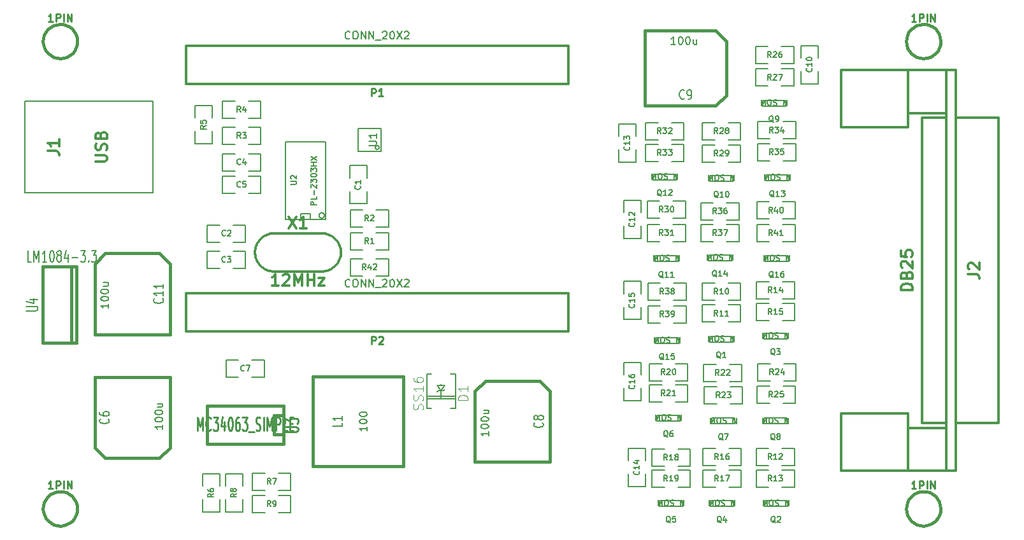
<source format=gto>
G04 (created by PCBNEW-RS274X (2011-05-25)-stable) date Sun 18 Dec 2011 08:59:16 PM CET*
G01*
G70*
G90*
%MOIN*%
G04 Gerber Fmt 3.4, Leading zero omitted, Abs format*
%FSLAX34Y34*%
G04 APERTURE LIST*
%ADD10C,0.006000*%
%ADD11C,0.015000*%
%ADD12C,0.012000*%
%ADD13C,0.005000*%
%ADD14C,0.012500*%
%ADD15C,0.011300*%
%ADD16C,0.010000*%
%ADD17C,0.003500*%
%ADD18C,0.008000*%
%ADD19C,0.007500*%
G04 APERTURE END LIST*
G54D10*
G54D11*
X44881Y-41142D02*
X44881Y-42717D01*
X44881Y-42717D02*
X45433Y-43268D01*
X45433Y-43268D02*
X48267Y-43268D01*
X48267Y-43268D02*
X48819Y-42717D01*
X48819Y-42717D02*
X48819Y-39016D01*
X48819Y-39016D02*
X44881Y-39016D01*
X44881Y-39016D02*
X44881Y-41142D01*
X54756Y-42035D02*
X54256Y-42035D01*
X54256Y-42035D02*
X54256Y-41035D01*
X54256Y-41035D02*
X54756Y-41035D01*
X54756Y-42535D02*
X50756Y-42535D01*
X50756Y-42535D02*
X50756Y-40535D01*
X50756Y-40535D02*
X54756Y-40535D01*
X54756Y-40535D02*
X54756Y-42535D01*
G54D12*
X89421Y-43925D02*
X83921Y-43925D01*
X87421Y-40925D02*
X83921Y-40925D01*
X89421Y-41675D02*
X87421Y-41675D01*
X89421Y-25175D02*
X87421Y-25175D01*
X87421Y-25925D02*
X83921Y-25925D01*
X83921Y-22925D02*
X89421Y-22925D01*
X87421Y-43925D02*
X87421Y-40925D01*
X87421Y-22925D02*
X87421Y-25925D01*
X88171Y-41425D02*
X89421Y-41425D01*
X88171Y-25425D02*
X89421Y-25425D01*
X92171Y-41425D02*
X89921Y-41425D01*
X92171Y-25425D02*
X89921Y-25425D01*
X89421Y-43925D02*
X89921Y-43925D01*
X89921Y-43925D02*
X89921Y-22925D01*
X89921Y-22925D02*
X89421Y-22925D01*
X89421Y-22925D02*
X89421Y-43925D01*
X83921Y-40925D02*
X83921Y-43925D01*
X88171Y-25425D02*
X88171Y-41425D01*
X92171Y-25425D02*
X92171Y-41425D01*
X83921Y-22925D02*
X83921Y-25925D01*
G54D13*
X62992Y-39464D02*
X62992Y-39384D01*
X63742Y-38864D02*
X63742Y-40664D01*
X63742Y-40664D02*
X63492Y-40664D01*
X62242Y-40024D02*
X63742Y-40024D01*
X62242Y-40154D02*
X63742Y-40154D01*
X62492Y-38864D02*
X62242Y-38864D01*
X62242Y-38864D02*
X62242Y-40664D01*
X62242Y-40664D02*
X62492Y-40664D01*
X63492Y-38864D02*
X63742Y-38864D01*
X62992Y-39714D02*
X63179Y-39464D01*
X63179Y-39464D02*
X62992Y-39464D01*
X62992Y-39464D02*
X62805Y-39464D01*
X62805Y-39464D02*
X62992Y-39714D01*
X62992Y-39714D02*
X63117Y-39714D01*
X63117Y-39714D02*
X63179Y-39652D01*
X62992Y-39714D02*
X62867Y-39714D01*
X62867Y-39714D02*
X62805Y-39776D01*
X62992Y-39714D02*
X62992Y-40151D01*
G54D14*
X54262Y-33480D02*
X56762Y-33480D01*
X54262Y-31480D02*
X56762Y-31480D01*
X57762Y-32480D02*
X57758Y-32393D01*
X57746Y-32307D01*
X57727Y-32222D01*
X57701Y-32138D01*
X57668Y-32058D01*
X57628Y-31981D01*
X57581Y-31907D01*
X57528Y-31838D01*
X57469Y-31773D01*
X57404Y-31714D01*
X57335Y-31661D01*
X57262Y-31614D01*
X57184Y-31574D01*
X57104Y-31541D01*
X57020Y-31515D01*
X56935Y-31496D01*
X56849Y-31484D01*
X56762Y-31480D01*
X56762Y-33480D02*
X56849Y-33476D01*
X56935Y-33464D01*
X57020Y-33445D01*
X57104Y-33419D01*
X57184Y-33386D01*
X57262Y-33346D01*
X57335Y-33299D01*
X57404Y-33246D01*
X57469Y-33187D01*
X57528Y-33122D01*
X57581Y-33053D01*
X57628Y-32979D01*
X57668Y-32902D01*
X57701Y-32822D01*
X57727Y-32738D01*
X57746Y-32653D01*
X57758Y-32567D01*
X57762Y-32480D01*
X54262Y-31480D02*
X54175Y-31484D01*
X54089Y-31496D01*
X54004Y-31515D01*
X53920Y-31541D01*
X53840Y-31574D01*
X53763Y-31614D01*
X53689Y-31661D01*
X53620Y-31714D01*
X53555Y-31773D01*
X53496Y-31838D01*
X53443Y-31907D01*
X53396Y-31981D01*
X53356Y-32058D01*
X53323Y-32138D01*
X53297Y-32222D01*
X53278Y-32307D01*
X53266Y-32393D01*
X53262Y-32480D01*
X53262Y-32480D02*
X53266Y-32567D01*
X53278Y-32653D01*
X53297Y-32738D01*
X53323Y-32822D01*
X53356Y-32902D01*
X53396Y-32979D01*
X53443Y-33053D01*
X53496Y-33122D01*
X53555Y-33187D01*
X53620Y-33246D01*
X53689Y-33299D01*
X53763Y-33346D01*
X53840Y-33386D01*
X53920Y-33419D01*
X54004Y-33445D01*
X54089Y-33464D01*
X54175Y-33476D01*
X54262Y-33480D01*
G54D12*
X49646Y-34631D02*
X69646Y-34631D01*
X49646Y-36631D02*
X69646Y-36631D01*
X49646Y-36631D02*
X49646Y-34631D01*
X69646Y-36631D02*
X69646Y-34631D01*
X49646Y-21638D02*
X69646Y-21638D01*
X49646Y-23638D02*
X69646Y-23638D01*
X49646Y-23638D02*
X49646Y-21638D01*
X69646Y-23638D02*
X69646Y-21638D01*
G54D13*
X79553Y-25636D02*
X79553Y-26536D01*
X79553Y-26536D02*
X80203Y-26536D01*
X80903Y-25636D02*
X81553Y-25636D01*
X81553Y-25636D02*
X81553Y-26536D01*
X81553Y-26536D02*
X80903Y-26536D01*
X80203Y-25636D02*
X79553Y-25636D01*
X75697Y-27715D02*
X75697Y-26815D01*
X75697Y-26815D02*
X75047Y-26815D01*
X74347Y-27715D02*
X73697Y-27715D01*
X73697Y-27715D02*
X73697Y-26815D01*
X73697Y-26815D02*
X74347Y-26815D01*
X75047Y-27715D02*
X75697Y-27715D01*
X81553Y-27678D02*
X81553Y-26778D01*
X81553Y-26778D02*
X80903Y-26778D01*
X80203Y-27678D02*
X79553Y-27678D01*
X79553Y-27678D02*
X79553Y-26778D01*
X79553Y-26778D02*
X80203Y-26778D01*
X80903Y-27678D02*
X81553Y-27678D01*
X75790Y-31916D02*
X75790Y-31016D01*
X75790Y-31016D02*
X75140Y-31016D01*
X74440Y-31916D02*
X73790Y-31916D01*
X73790Y-31916D02*
X73790Y-31016D01*
X73790Y-31016D02*
X74440Y-31016D01*
X75140Y-31916D02*
X75790Y-31916D01*
X73790Y-29796D02*
X73790Y-30696D01*
X73790Y-30696D02*
X74440Y-30696D01*
X75140Y-29796D02*
X75790Y-29796D01*
X75790Y-29796D02*
X75790Y-30696D01*
X75790Y-30696D02*
X75140Y-30696D01*
X74440Y-29796D02*
X73790Y-29796D01*
X76585Y-29874D02*
X76585Y-30774D01*
X76585Y-30774D02*
X77235Y-30774D01*
X77935Y-29874D02*
X78585Y-29874D01*
X78585Y-29874D02*
X78585Y-30774D01*
X78585Y-30774D02*
X77935Y-30774D01*
X77235Y-29874D02*
X76585Y-29874D01*
X73697Y-25674D02*
X73697Y-26574D01*
X73697Y-26574D02*
X74347Y-26574D01*
X75047Y-25674D02*
X75697Y-25674D01*
X75697Y-25674D02*
X75697Y-26574D01*
X75697Y-26574D02*
X75047Y-26574D01*
X74347Y-25674D02*
X73697Y-25674D01*
X76664Y-25675D02*
X76664Y-26575D01*
X76664Y-26575D02*
X77314Y-26575D01*
X78014Y-25675D02*
X78664Y-25675D01*
X78664Y-25675D02*
X78664Y-26575D01*
X78664Y-26575D02*
X78014Y-26575D01*
X77314Y-25675D02*
X76664Y-25675D01*
X78664Y-27756D02*
X78664Y-26856D01*
X78664Y-26856D02*
X78014Y-26856D01*
X77314Y-27756D02*
X76664Y-27756D01*
X76664Y-27756D02*
X76664Y-26856D01*
X76664Y-26856D02*
X77314Y-26856D01*
X78014Y-27756D02*
X78664Y-27756D01*
X79456Y-21686D02*
X79456Y-22586D01*
X79456Y-22586D02*
X80106Y-22586D01*
X80806Y-21686D02*
X81456Y-21686D01*
X81456Y-21686D02*
X81456Y-22586D01*
X81456Y-22586D02*
X80806Y-22586D01*
X80106Y-21686D02*
X79456Y-21686D01*
X81530Y-40389D02*
X81530Y-39489D01*
X81530Y-39489D02*
X80880Y-39489D01*
X80180Y-40389D02*
X79530Y-40389D01*
X79530Y-40389D02*
X79530Y-39489D01*
X79530Y-39489D02*
X80180Y-39489D01*
X80880Y-40389D02*
X81530Y-40389D01*
X79569Y-38308D02*
X79569Y-39208D01*
X79569Y-39208D02*
X80219Y-39208D01*
X80919Y-38308D02*
X81569Y-38308D01*
X81569Y-38308D02*
X81569Y-39208D01*
X81569Y-39208D02*
X80919Y-39208D01*
X80219Y-38308D02*
X79569Y-38308D01*
X78771Y-40428D02*
X78771Y-39528D01*
X78771Y-39528D02*
X78121Y-39528D01*
X77421Y-40428D02*
X76771Y-40428D01*
X76771Y-40428D02*
X76771Y-39528D01*
X76771Y-39528D02*
X77421Y-39528D01*
X78121Y-40428D02*
X78771Y-40428D01*
X76732Y-38347D02*
X76732Y-39247D01*
X76732Y-39247D02*
X77382Y-39247D01*
X78082Y-38347D02*
X78732Y-38347D01*
X78732Y-38347D02*
X78732Y-39247D01*
X78732Y-39247D02*
X78082Y-39247D01*
X77382Y-38347D02*
X76732Y-38347D01*
X81456Y-23768D02*
X81456Y-22868D01*
X81456Y-22868D02*
X80806Y-22868D01*
X80106Y-23768D02*
X79456Y-23768D01*
X79456Y-23768D02*
X79456Y-22868D01*
X79456Y-22868D02*
X80106Y-22868D01*
X80806Y-23768D02*
X81456Y-23768D01*
X73896Y-38308D02*
X73896Y-39208D01*
X73896Y-39208D02*
X74546Y-39208D01*
X75246Y-38308D02*
X75896Y-38308D01*
X75896Y-38308D02*
X75896Y-39208D01*
X75896Y-39208D02*
X75246Y-39208D01*
X74546Y-38308D02*
X73896Y-38308D01*
X76028Y-44796D02*
X76028Y-43896D01*
X76028Y-43896D02*
X75378Y-43896D01*
X74678Y-44796D02*
X74028Y-44796D01*
X74028Y-44796D02*
X74028Y-43896D01*
X74028Y-43896D02*
X74678Y-43896D01*
X75378Y-44796D02*
X76028Y-44796D01*
X74028Y-42794D02*
X74028Y-43694D01*
X74028Y-43694D02*
X74678Y-43694D01*
X75378Y-42794D02*
X76028Y-42794D01*
X76028Y-42794D02*
X76028Y-43694D01*
X76028Y-43694D02*
X75378Y-43694D01*
X74678Y-42794D02*
X74028Y-42794D01*
X78585Y-31916D02*
X78585Y-31016D01*
X78585Y-31016D02*
X77935Y-31016D01*
X77235Y-31916D02*
X76585Y-31916D01*
X76585Y-31916D02*
X76585Y-31016D01*
X76585Y-31016D02*
X77235Y-31016D01*
X77935Y-31916D02*
X78585Y-31916D01*
X76694Y-42754D02*
X76694Y-43654D01*
X76694Y-43654D02*
X77344Y-43654D01*
X78044Y-42754D02*
X78694Y-42754D01*
X78694Y-42754D02*
X78694Y-43654D01*
X78694Y-43654D02*
X78044Y-43654D01*
X77344Y-42754D02*
X76694Y-42754D01*
X81495Y-36056D02*
X81495Y-35156D01*
X81495Y-35156D02*
X80845Y-35156D01*
X80145Y-36056D02*
X79495Y-36056D01*
X79495Y-36056D02*
X79495Y-35156D01*
X79495Y-35156D02*
X80145Y-35156D01*
X80845Y-36056D02*
X81495Y-36056D01*
X79495Y-34014D02*
X79495Y-34914D01*
X79495Y-34914D02*
X80145Y-34914D01*
X80845Y-34014D02*
X81495Y-34014D01*
X81495Y-34014D02*
X81495Y-34914D01*
X81495Y-34914D02*
X80845Y-34914D01*
X80145Y-34014D02*
X79495Y-34014D01*
X81477Y-44796D02*
X81477Y-43896D01*
X81477Y-43896D02*
X80827Y-43896D01*
X80127Y-44796D02*
X79477Y-44796D01*
X79477Y-44796D02*
X79477Y-43896D01*
X79477Y-43896D02*
X80127Y-43896D01*
X80827Y-44796D02*
X81477Y-44796D01*
X79477Y-42754D02*
X79477Y-43654D01*
X79477Y-43654D02*
X80127Y-43654D01*
X80827Y-42754D02*
X81477Y-42754D01*
X81477Y-42754D02*
X81477Y-43654D01*
X81477Y-43654D02*
X80827Y-43654D01*
X80127Y-42754D02*
X79477Y-42754D01*
X78659Y-36135D02*
X78659Y-35235D01*
X78659Y-35235D02*
X78009Y-35235D01*
X77309Y-36135D02*
X76659Y-36135D01*
X76659Y-36135D02*
X76659Y-35235D01*
X76659Y-35235D02*
X77309Y-35235D01*
X78009Y-36135D02*
X78659Y-36135D01*
X76659Y-34093D02*
X76659Y-34993D01*
X76659Y-34993D02*
X77309Y-34993D01*
X78009Y-34093D02*
X78659Y-34093D01*
X78659Y-34093D02*
X78659Y-34993D01*
X78659Y-34993D02*
X78009Y-34993D01*
X77309Y-34093D02*
X76659Y-34093D01*
X53134Y-45219D02*
X53134Y-46119D01*
X53134Y-46119D02*
X53784Y-46119D01*
X54484Y-45219D02*
X55134Y-45219D01*
X55134Y-45219D02*
X55134Y-46119D01*
X55134Y-46119D02*
X54484Y-46119D01*
X53784Y-45219D02*
X53134Y-45219D01*
X51715Y-46079D02*
X52615Y-46079D01*
X52615Y-46079D02*
X52615Y-45429D01*
X51715Y-44729D02*
X51715Y-44079D01*
X51715Y-44079D02*
X52615Y-44079D01*
X52615Y-44079D02*
X52615Y-44729D01*
X51715Y-45429D02*
X51715Y-46079D01*
X73822Y-34094D02*
X73822Y-34994D01*
X73822Y-34994D02*
X74472Y-34994D01*
X75172Y-34094D02*
X75822Y-34094D01*
X75822Y-34094D02*
X75822Y-34994D01*
X75822Y-34994D02*
X75172Y-34994D01*
X74472Y-34094D02*
X73822Y-34094D01*
X50534Y-46079D02*
X51434Y-46079D01*
X51434Y-46079D02*
X51434Y-45429D01*
X50534Y-44729D02*
X50534Y-44079D01*
X50534Y-44079D02*
X51434Y-44079D01*
X51434Y-44079D02*
X51434Y-44729D01*
X50534Y-45429D02*
X50534Y-46079D01*
X51041Y-24787D02*
X50141Y-24787D01*
X50141Y-24787D02*
X50141Y-25437D01*
X51041Y-26137D02*
X51041Y-26787D01*
X51041Y-26787D02*
X50141Y-26787D01*
X50141Y-26787D02*
X50141Y-26137D01*
X51041Y-25437D02*
X51041Y-24787D01*
X53559Y-25450D02*
X53559Y-24550D01*
X53559Y-24550D02*
X52909Y-24550D01*
X52209Y-25450D02*
X51559Y-25450D01*
X51559Y-25450D02*
X51559Y-24550D01*
X51559Y-24550D02*
X52209Y-24550D01*
X52909Y-25450D02*
X53559Y-25450D01*
X53559Y-26828D02*
X53559Y-25928D01*
X53559Y-25928D02*
X52909Y-25928D01*
X52209Y-26828D02*
X51559Y-26828D01*
X51559Y-26828D02*
X51559Y-25928D01*
X51559Y-25928D02*
X52209Y-25928D01*
X52909Y-26828D02*
X53559Y-26828D01*
X60252Y-31159D02*
X60252Y-30259D01*
X60252Y-30259D02*
X59602Y-30259D01*
X58902Y-31159D02*
X58252Y-31159D01*
X58252Y-31159D02*
X58252Y-30259D01*
X58252Y-30259D02*
X58902Y-30259D01*
X59602Y-31159D02*
X60252Y-31159D01*
X60252Y-32340D02*
X60252Y-31440D01*
X60252Y-31440D02*
X59602Y-31440D01*
X58902Y-32340D02*
X58252Y-32340D01*
X58252Y-32340D02*
X58252Y-31440D01*
X58252Y-31440D02*
X58902Y-31440D01*
X59602Y-32340D02*
X60252Y-32340D01*
X75822Y-36175D02*
X75822Y-35275D01*
X75822Y-35275D02*
X75172Y-35275D01*
X74472Y-36175D02*
X73822Y-36175D01*
X73822Y-36175D02*
X73822Y-35275D01*
X73822Y-35275D02*
X74472Y-35275D01*
X75172Y-36175D02*
X75822Y-36175D01*
X79515Y-29835D02*
X79515Y-30735D01*
X79515Y-30735D02*
X80165Y-30735D01*
X80865Y-29835D02*
X81515Y-29835D01*
X81515Y-29835D02*
X81515Y-30735D01*
X81515Y-30735D02*
X80865Y-30735D01*
X80165Y-29835D02*
X79515Y-29835D01*
X81515Y-31916D02*
X81515Y-31016D01*
X81515Y-31016D02*
X80865Y-31016D01*
X80165Y-31916D02*
X79515Y-31916D01*
X79515Y-31916D02*
X79515Y-31016D01*
X79515Y-31016D02*
X80165Y-31016D01*
X80865Y-31916D02*
X81515Y-31916D01*
X78694Y-44796D02*
X78694Y-43896D01*
X78694Y-43896D02*
X78044Y-43896D01*
X77344Y-44796D02*
X76694Y-44796D01*
X76694Y-44796D02*
X76694Y-43896D01*
X76694Y-43896D02*
X77344Y-43896D01*
X78044Y-44796D02*
X78694Y-44796D01*
X75896Y-40310D02*
X75896Y-39410D01*
X75896Y-39410D02*
X75246Y-39410D01*
X74546Y-40310D02*
X73896Y-40310D01*
X73896Y-40310D02*
X73896Y-39410D01*
X73896Y-39410D02*
X74546Y-39410D01*
X75246Y-40310D02*
X75896Y-40310D01*
X53134Y-44038D02*
X53134Y-44938D01*
X53134Y-44938D02*
X53784Y-44938D01*
X54484Y-44038D02*
X55134Y-44038D01*
X55134Y-44038D02*
X55134Y-44938D01*
X55134Y-44938D02*
X54484Y-44938D01*
X53784Y-44038D02*
X53134Y-44038D01*
X53559Y-28206D02*
X53559Y-27306D01*
X53559Y-27306D02*
X52909Y-27306D01*
X52209Y-28206D02*
X51559Y-28206D01*
X51559Y-28206D02*
X51559Y-27306D01*
X51559Y-27306D02*
X52209Y-27306D01*
X52909Y-28206D02*
X53559Y-28206D01*
X51756Y-38133D02*
X51756Y-39033D01*
X51756Y-39033D02*
X52406Y-39033D01*
X53106Y-38133D02*
X53756Y-38133D01*
X53756Y-38133D02*
X53756Y-39033D01*
X53756Y-39033D02*
X53106Y-39033D01*
X52406Y-38133D02*
X51756Y-38133D01*
X53559Y-29387D02*
X53559Y-28487D01*
X53559Y-28487D02*
X52909Y-28487D01*
X52209Y-29387D02*
X51559Y-29387D01*
X51559Y-29387D02*
X51559Y-28487D01*
X51559Y-28487D02*
X52209Y-28487D01*
X52909Y-29387D02*
X53559Y-29387D01*
X50772Y-31046D02*
X50772Y-31946D01*
X50772Y-31946D02*
X51422Y-31946D01*
X52122Y-31046D02*
X52772Y-31046D01*
X52772Y-31046D02*
X52772Y-31946D01*
X52772Y-31946D02*
X52122Y-31946D01*
X51422Y-31046D02*
X50772Y-31046D01*
X82733Y-21638D02*
X81833Y-21638D01*
X81833Y-21638D02*
X81833Y-22288D01*
X82733Y-22988D02*
X82733Y-23638D01*
X82733Y-23638D02*
X81833Y-23638D01*
X81833Y-23638D02*
X81833Y-22988D01*
X82733Y-22288D02*
X82733Y-21638D01*
X50772Y-32424D02*
X50772Y-33324D01*
X50772Y-33324D02*
X51422Y-33324D01*
X52122Y-32424D02*
X52772Y-32424D01*
X52772Y-32424D02*
X52772Y-33324D01*
X52772Y-33324D02*
X52122Y-33324D01*
X51422Y-32424D02*
X50772Y-32424D01*
X58211Y-29937D02*
X59111Y-29937D01*
X59111Y-29937D02*
X59111Y-29287D01*
X58211Y-28587D02*
X58211Y-27937D01*
X58211Y-27937D02*
X59111Y-27937D01*
X59111Y-27937D02*
X59111Y-28587D01*
X58211Y-29287D02*
X58211Y-29937D01*
X81116Y-45795D02*
X79916Y-45795D01*
X79916Y-45795D02*
X79916Y-45495D01*
X79916Y-45495D02*
X81116Y-45495D01*
X81116Y-45495D02*
X81116Y-45795D01*
X78259Y-37173D02*
X77059Y-37173D01*
X77059Y-37173D02*
X77059Y-36873D01*
X77059Y-36873D02*
X78259Y-36873D01*
X78259Y-36873D02*
X78259Y-37173D01*
X75496Y-41309D02*
X74296Y-41309D01*
X74296Y-41309D02*
X74296Y-41009D01*
X74296Y-41009D02*
X75496Y-41009D01*
X75496Y-41009D02*
X75496Y-41309D01*
X78294Y-45795D02*
X77094Y-45795D01*
X77094Y-45795D02*
X77094Y-45495D01*
X77094Y-45495D02*
X78294Y-45495D01*
X78294Y-45495D02*
X78294Y-45795D01*
X81193Y-28717D02*
X79993Y-28717D01*
X79993Y-28717D02*
X79993Y-28417D01*
X79993Y-28417D02*
X81193Y-28417D01*
X81193Y-28417D02*
X81193Y-28717D01*
X78264Y-28755D02*
X77064Y-28755D01*
X77064Y-28755D02*
X77064Y-28455D01*
X77064Y-28455D02*
X78264Y-28455D01*
X78264Y-28455D02*
X78264Y-28755D01*
X81095Y-37016D02*
X79895Y-37016D01*
X79895Y-37016D02*
X79895Y-36716D01*
X79895Y-36716D02*
X81095Y-36716D01*
X81095Y-36716D02*
X81095Y-37016D01*
X75629Y-45795D02*
X74429Y-45795D01*
X74429Y-45795D02*
X74429Y-45495D01*
X74429Y-45495D02*
X75629Y-45495D01*
X75629Y-45495D02*
X75629Y-45795D01*
X75422Y-37253D02*
X74222Y-37253D01*
X74222Y-37253D02*
X74222Y-36953D01*
X74222Y-36953D02*
X75422Y-36953D01*
X75422Y-36953D02*
X75422Y-37253D01*
X81154Y-32954D02*
X79954Y-32954D01*
X79954Y-32954D02*
X79954Y-32654D01*
X79954Y-32654D02*
X81154Y-32654D01*
X81154Y-32654D02*
X81154Y-32954D01*
X81016Y-24806D02*
X79816Y-24806D01*
X79816Y-24806D02*
X79816Y-24506D01*
X79816Y-24506D02*
X81016Y-24506D01*
X81016Y-24506D02*
X81016Y-24806D01*
X78371Y-41467D02*
X77171Y-41467D01*
X77171Y-41467D02*
X77171Y-41167D01*
X77171Y-41167D02*
X78371Y-41167D01*
X78371Y-41167D02*
X78371Y-41467D01*
X81091Y-41467D02*
X79891Y-41467D01*
X79891Y-41467D02*
X79891Y-41167D01*
X79891Y-41167D02*
X81091Y-41167D01*
X81091Y-41167D02*
X81091Y-41467D01*
X75390Y-32955D02*
X74190Y-32955D01*
X74190Y-32955D02*
X74190Y-32655D01*
X74190Y-32655D02*
X75390Y-32655D01*
X75390Y-32655D02*
X75390Y-32955D01*
X75297Y-28675D02*
X74097Y-28675D01*
X74097Y-28675D02*
X74097Y-28375D01*
X74097Y-28375D02*
X75297Y-28375D01*
X75297Y-28375D02*
X75297Y-28675D01*
X78185Y-32915D02*
X76985Y-32915D01*
X76985Y-32915D02*
X76985Y-32615D01*
X76985Y-32615D02*
X78185Y-32615D01*
X78185Y-32615D02*
X78185Y-32915D01*
X56897Y-30540D02*
X56894Y-30567D01*
X56886Y-30593D01*
X56873Y-30618D01*
X56856Y-30639D01*
X56834Y-30656D01*
X56810Y-30669D01*
X56784Y-30678D01*
X56756Y-30680D01*
X56730Y-30678D01*
X56704Y-30670D01*
X56679Y-30657D01*
X56658Y-30640D01*
X56640Y-30619D01*
X56627Y-30595D01*
X56619Y-30569D01*
X56616Y-30541D01*
X56618Y-30515D01*
X56625Y-30489D01*
X56638Y-30464D01*
X56655Y-30443D01*
X56676Y-30425D01*
X56700Y-30411D01*
X56726Y-30403D01*
X56754Y-30400D01*
X56780Y-30402D01*
X56806Y-30409D01*
X56831Y-30421D01*
X56853Y-30438D01*
X56871Y-30459D01*
X56884Y-30483D01*
X56893Y-30509D01*
X56896Y-30537D01*
X56897Y-30540D01*
X55656Y-30740D02*
X55656Y-30440D01*
X55656Y-30440D02*
X56156Y-30440D01*
X56156Y-30440D02*
X56156Y-30740D01*
X56956Y-26690D02*
X56956Y-30740D01*
X54856Y-30740D02*
X54856Y-26690D01*
X54856Y-30740D02*
X56956Y-30740D01*
X54856Y-26690D02*
X56956Y-26690D01*
G54D10*
X59752Y-26975D02*
X59750Y-26994D01*
X59744Y-27013D01*
X59735Y-27030D01*
X59722Y-27045D01*
X59707Y-27057D01*
X59690Y-27067D01*
X59672Y-27072D01*
X59652Y-27074D01*
X59634Y-27073D01*
X59615Y-27067D01*
X59598Y-27058D01*
X59583Y-27046D01*
X59570Y-27031D01*
X59561Y-27014D01*
X59555Y-26995D01*
X59553Y-26976D01*
X59554Y-26957D01*
X59560Y-26939D01*
X59568Y-26921D01*
X59581Y-26906D01*
X59595Y-26893D01*
X59612Y-26884D01*
X59631Y-26878D01*
X59650Y-26876D01*
X59669Y-26877D01*
X59688Y-26882D01*
X59705Y-26891D01*
X59720Y-26903D01*
X59733Y-26918D01*
X59743Y-26935D01*
X59749Y-26953D01*
X59751Y-26973D01*
X59752Y-26975D01*
X59852Y-25975D02*
X59852Y-27175D01*
X59852Y-27175D02*
X58652Y-27175D01*
X58652Y-27175D02*
X58652Y-25975D01*
X58652Y-25975D02*
X59852Y-25975D01*
G54D11*
X43663Y-33236D02*
X43913Y-33236D01*
X43913Y-33236D02*
X43913Y-37236D01*
X43913Y-37236D02*
X43663Y-37236D01*
X42163Y-33236D02*
X43663Y-33236D01*
X43663Y-33236D02*
X43663Y-37236D01*
X43663Y-37236D02*
X42163Y-37236D01*
X42163Y-37236D02*
X42163Y-33236D01*
G54D13*
X41226Y-24569D02*
X41226Y-29369D01*
X41226Y-29369D02*
X47926Y-29369D01*
X47926Y-29369D02*
X47926Y-24569D01*
X47926Y-24569D02*
X41226Y-24569D01*
X58252Y-32818D02*
X58252Y-33718D01*
X58252Y-33718D02*
X58902Y-33718D01*
X59602Y-32818D02*
X60252Y-32818D01*
X60252Y-32818D02*
X60252Y-33718D01*
X60252Y-33718D02*
X59602Y-33718D01*
X58902Y-32818D02*
X58252Y-32818D01*
X73450Y-34000D02*
X72550Y-34000D01*
X72550Y-34000D02*
X72550Y-34650D01*
X73450Y-35350D02*
X73450Y-36000D01*
X73450Y-36000D02*
X72550Y-36000D01*
X72550Y-36000D02*
X72550Y-35350D01*
X73450Y-34650D02*
X73450Y-34000D01*
X73700Y-42750D02*
X72800Y-42750D01*
X72800Y-42750D02*
X72800Y-43400D01*
X73700Y-44100D02*
X73700Y-44750D01*
X73700Y-44750D02*
X72800Y-44750D01*
X72800Y-44750D02*
X72800Y-44100D01*
X73700Y-43400D02*
X73700Y-42750D01*
X73200Y-25750D02*
X72300Y-25750D01*
X72300Y-25750D02*
X72300Y-26400D01*
X73200Y-27100D02*
X73200Y-27750D01*
X73200Y-27750D02*
X72300Y-27750D01*
X72300Y-27750D02*
X72300Y-27100D01*
X73200Y-26400D02*
X73200Y-25750D01*
X73450Y-29750D02*
X72550Y-29750D01*
X72550Y-29750D02*
X72550Y-30400D01*
X73450Y-31100D02*
X73450Y-31750D01*
X73450Y-31750D02*
X72550Y-31750D01*
X72550Y-31750D02*
X72550Y-31100D01*
X73450Y-30400D02*
X73450Y-29750D01*
X73450Y-38250D02*
X72550Y-38250D01*
X72550Y-38250D02*
X72550Y-38900D01*
X73450Y-39600D02*
X73450Y-40250D01*
X73450Y-40250D02*
X72550Y-40250D01*
X72550Y-40250D02*
X72550Y-39600D01*
X73450Y-38900D02*
X73450Y-38250D01*
G54D11*
X68701Y-41339D02*
X68701Y-39764D01*
X68701Y-39764D02*
X68149Y-39213D01*
X68149Y-39213D02*
X65315Y-39213D01*
X65315Y-39213D02*
X64763Y-39764D01*
X64763Y-39764D02*
X64763Y-43465D01*
X64763Y-43465D02*
X68701Y-43465D01*
X68701Y-43465D02*
X68701Y-41339D01*
X75787Y-24804D02*
X77362Y-24804D01*
X77362Y-24804D02*
X77913Y-24252D01*
X77913Y-24252D02*
X77913Y-21418D01*
X77913Y-21418D02*
X77362Y-20866D01*
X77362Y-20866D02*
X73661Y-20866D01*
X73661Y-20866D02*
X73661Y-24804D01*
X73661Y-24804D02*
X75787Y-24804D01*
X48819Y-34646D02*
X48819Y-33071D01*
X48819Y-33071D02*
X48267Y-32520D01*
X48267Y-32520D02*
X45433Y-32520D01*
X45433Y-32520D02*
X44881Y-33071D01*
X44881Y-33071D02*
X44881Y-36772D01*
X44881Y-36772D02*
X48819Y-36772D01*
X48819Y-36772D02*
X48819Y-34646D01*
X56299Y-41339D02*
X56299Y-38977D01*
X56299Y-38977D02*
X61023Y-38977D01*
X61023Y-38977D02*
X61023Y-43701D01*
X61023Y-43701D02*
X56299Y-43701D01*
X56299Y-43701D02*
X56299Y-41339D01*
X43971Y-21417D02*
X43953Y-21591D01*
X43903Y-21759D01*
X43820Y-21915D01*
X43709Y-22051D01*
X43574Y-22163D01*
X43419Y-22246D01*
X43251Y-22298D01*
X43077Y-22316D01*
X42903Y-22301D01*
X42734Y-22251D01*
X42579Y-22170D01*
X42442Y-22060D01*
X42329Y-21925D01*
X42244Y-21771D01*
X42191Y-21604D01*
X42172Y-21429D01*
X42186Y-21255D01*
X42235Y-21086D01*
X42315Y-20930D01*
X42424Y-20792D01*
X42558Y-20678D01*
X42711Y-20593D01*
X42878Y-20538D01*
X43053Y-20518D01*
X43227Y-20531D01*
X43396Y-20578D01*
X43553Y-20658D01*
X43691Y-20766D01*
X43806Y-20899D01*
X43893Y-21051D01*
X43948Y-21218D01*
X43970Y-21392D01*
X43971Y-21417D01*
X43971Y-45906D02*
X43953Y-46080D01*
X43903Y-46248D01*
X43820Y-46404D01*
X43709Y-46540D01*
X43574Y-46652D01*
X43419Y-46735D01*
X43251Y-46787D01*
X43077Y-46805D01*
X42903Y-46790D01*
X42734Y-46740D01*
X42579Y-46659D01*
X42442Y-46549D01*
X42329Y-46414D01*
X42244Y-46260D01*
X42191Y-46093D01*
X42172Y-45918D01*
X42186Y-45744D01*
X42235Y-45575D01*
X42315Y-45419D01*
X42424Y-45281D01*
X42558Y-45167D01*
X42711Y-45082D01*
X42878Y-45027D01*
X43053Y-45007D01*
X43227Y-45020D01*
X43396Y-45067D01*
X43553Y-45147D01*
X43691Y-45255D01*
X43806Y-45388D01*
X43893Y-45540D01*
X43948Y-45707D01*
X43970Y-45881D01*
X43971Y-45906D01*
X89128Y-21417D02*
X89110Y-21591D01*
X89060Y-21759D01*
X88977Y-21915D01*
X88866Y-22051D01*
X88731Y-22163D01*
X88576Y-22246D01*
X88408Y-22298D01*
X88234Y-22316D01*
X88060Y-22301D01*
X87891Y-22251D01*
X87736Y-22170D01*
X87599Y-22060D01*
X87486Y-21925D01*
X87401Y-21771D01*
X87348Y-21604D01*
X87329Y-21429D01*
X87343Y-21255D01*
X87392Y-21086D01*
X87472Y-20930D01*
X87581Y-20792D01*
X87715Y-20678D01*
X87868Y-20593D01*
X88035Y-20538D01*
X88210Y-20518D01*
X88384Y-20531D01*
X88553Y-20578D01*
X88710Y-20658D01*
X88848Y-20766D01*
X88963Y-20899D01*
X89050Y-21051D01*
X89105Y-21218D01*
X89127Y-21392D01*
X89128Y-21417D01*
X89128Y-45906D02*
X89110Y-46080D01*
X89060Y-46248D01*
X88977Y-46404D01*
X88866Y-46540D01*
X88731Y-46652D01*
X88576Y-46735D01*
X88408Y-46787D01*
X88234Y-46805D01*
X88060Y-46790D01*
X87891Y-46740D01*
X87736Y-46659D01*
X87599Y-46549D01*
X87486Y-46414D01*
X87401Y-46260D01*
X87348Y-46093D01*
X87329Y-45918D01*
X87343Y-45744D01*
X87392Y-45575D01*
X87472Y-45419D01*
X87581Y-45281D01*
X87715Y-45167D01*
X87868Y-45082D01*
X88035Y-45027D01*
X88210Y-45007D01*
X88384Y-45020D01*
X88553Y-45067D01*
X88710Y-45147D01*
X88848Y-45255D01*
X88963Y-45388D01*
X89050Y-45540D01*
X89105Y-45707D01*
X89127Y-45881D01*
X89128Y-45906D01*
G54D13*
X45588Y-41208D02*
X45612Y-41227D01*
X45635Y-41284D01*
X45635Y-41322D01*
X45612Y-41380D01*
X45564Y-41418D01*
X45516Y-41437D01*
X45421Y-41456D01*
X45350Y-41456D01*
X45254Y-41437D01*
X45207Y-41418D01*
X45159Y-41380D01*
X45135Y-41322D01*
X45135Y-41284D01*
X45159Y-41227D01*
X45183Y-41208D01*
X45135Y-40865D02*
X45135Y-40942D01*
X45159Y-40980D01*
X45183Y-40999D01*
X45254Y-41037D01*
X45350Y-41056D01*
X45540Y-41056D01*
X45588Y-41037D01*
X45612Y-41018D01*
X45635Y-40980D01*
X45635Y-40903D01*
X45612Y-40865D01*
X45588Y-40846D01*
X45540Y-40827D01*
X45421Y-40827D01*
X45373Y-40846D01*
X45350Y-40865D01*
X45326Y-40903D01*
X45326Y-40980D01*
X45350Y-41018D01*
X45373Y-41037D01*
X45421Y-41056D01*
G54D10*
X48429Y-41510D02*
X48429Y-41739D01*
X48429Y-41625D02*
X48029Y-41625D01*
X48086Y-41663D01*
X48124Y-41701D01*
X48143Y-41739D01*
X48029Y-41263D02*
X48029Y-41224D01*
X48048Y-41186D01*
X48067Y-41167D01*
X48105Y-41148D01*
X48181Y-41129D01*
X48277Y-41129D01*
X48353Y-41148D01*
X48391Y-41167D01*
X48410Y-41186D01*
X48429Y-41224D01*
X48429Y-41263D01*
X48410Y-41301D01*
X48391Y-41320D01*
X48353Y-41339D01*
X48277Y-41358D01*
X48181Y-41358D01*
X48105Y-41339D01*
X48067Y-41320D01*
X48048Y-41301D01*
X48029Y-41263D01*
X48029Y-40882D02*
X48029Y-40843D01*
X48048Y-40805D01*
X48067Y-40786D01*
X48105Y-40767D01*
X48181Y-40748D01*
X48277Y-40748D01*
X48353Y-40767D01*
X48391Y-40786D01*
X48410Y-40805D01*
X48429Y-40843D01*
X48429Y-40882D01*
X48410Y-40920D01*
X48391Y-40939D01*
X48353Y-40958D01*
X48277Y-40977D01*
X48181Y-40977D01*
X48105Y-40958D01*
X48067Y-40939D01*
X48048Y-40920D01*
X48029Y-40882D01*
X48162Y-40405D02*
X48429Y-40405D01*
X48162Y-40577D02*
X48372Y-40577D01*
X48410Y-40558D01*
X48429Y-40520D01*
X48429Y-40462D01*
X48410Y-40424D01*
X48391Y-40405D01*
G54D15*
X54839Y-41878D02*
X55406Y-41878D01*
X55473Y-41856D01*
X55506Y-41835D01*
X55539Y-41792D01*
X55539Y-41706D01*
X55506Y-41664D01*
X55473Y-41642D01*
X55406Y-41621D01*
X54839Y-41621D01*
X54839Y-41450D02*
X54839Y-41171D01*
X55106Y-41321D01*
X55106Y-41257D01*
X55139Y-41214D01*
X55173Y-41193D01*
X55239Y-41171D01*
X55406Y-41171D01*
X55473Y-41193D01*
X55506Y-41214D01*
X55539Y-41257D01*
X55539Y-41385D01*
X55506Y-41428D01*
X55473Y-41450D01*
G54D16*
X50261Y-41818D02*
X50261Y-41118D01*
X50395Y-41618D01*
X50528Y-41118D01*
X50528Y-41818D01*
X50947Y-41752D02*
X50928Y-41785D01*
X50871Y-41818D01*
X50833Y-41818D01*
X50775Y-41785D01*
X50737Y-41718D01*
X50718Y-41652D01*
X50699Y-41518D01*
X50699Y-41418D01*
X50718Y-41285D01*
X50737Y-41218D01*
X50775Y-41152D01*
X50833Y-41118D01*
X50871Y-41118D01*
X50928Y-41152D01*
X50947Y-41185D01*
X51080Y-41118D02*
X51328Y-41118D01*
X51194Y-41385D01*
X51252Y-41385D01*
X51290Y-41418D01*
X51309Y-41452D01*
X51328Y-41518D01*
X51328Y-41685D01*
X51309Y-41752D01*
X51290Y-41785D01*
X51252Y-41818D01*
X51137Y-41818D01*
X51099Y-41785D01*
X51080Y-41752D01*
X51671Y-41352D02*
X51671Y-41818D01*
X51575Y-41085D02*
X51480Y-41585D01*
X51728Y-41585D01*
X51956Y-41118D02*
X51995Y-41118D01*
X52033Y-41152D01*
X52052Y-41185D01*
X52071Y-41252D01*
X52090Y-41385D01*
X52090Y-41552D01*
X52071Y-41685D01*
X52052Y-41752D01*
X52033Y-41785D01*
X51995Y-41818D01*
X51956Y-41818D01*
X51918Y-41785D01*
X51899Y-41752D01*
X51880Y-41685D01*
X51861Y-41552D01*
X51861Y-41385D01*
X51880Y-41252D01*
X51899Y-41185D01*
X51918Y-41152D01*
X51956Y-41118D01*
X52433Y-41118D02*
X52356Y-41118D01*
X52318Y-41152D01*
X52299Y-41185D01*
X52261Y-41285D01*
X52242Y-41418D01*
X52242Y-41685D01*
X52261Y-41752D01*
X52280Y-41785D01*
X52318Y-41818D01*
X52395Y-41818D01*
X52433Y-41785D01*
X52452Y-41752D01*
X52471Y-41685D01*
X52471Y-41518D01*
X52452Y-41452D01*
X52433Y-41418D01*
X52395Y-41385D01*
X52318Y-41385D01*
X52280Y-41418D01*
X52261Y-41452D01*
X52242Y-41518D01*
X52604Y-41118D02*
X52852Y-41118D01*
X52718Y-41385D01*
X52776Y-41385D01*
X52814Y-41418D01*
X52833Y-41452D01*
X52852Y-41518D01*
X52852Y-41685D01*
X52833Y-41752D01*
X52814Y-41785D01*
X52776Y-41818D01*
X52661Y-41818D01*
X52623Y-41785D01*
X52604Y-41752D01*
X52928Y-41885D02*
X53233Y-41885D01*
X53309Y-41785D02*
X53366Y-41818D01*
X53462Y-41818D01*
X53500Y-41785D01*
X53519Y-41752D01*
X53538Y-41685D01*
X53538Y-41618D01*
X53519Y-41552D01*
X53500Y-41518D01*
X53462Y-41485D01*
X53385Y-41452D01*
X53347Y-41418D01*
X53328Y-41385D01*
X53309Y-41318D01*
X53309Y-41252D01*
X53328Y-41185D01*
X53347Y-41152D01*
X53385Y-41118D01*
X53481Y-41118D01*
X53538Y-41152D01*
X53709Y-41818D02*
X53709Y-41118D01*
X53899Y-41818D02*
X53899Y-41118D01*
X54033Y-41618D01*
X54166Y-41118D01*
X54166Y-41818D01*
X54356Y-41818D02*
X54356Y-41118D01*
X54509Y-41118D01*
X54547Y-41152D01*
X54566Y-41185D01*
X54585Y-41252D01*
X54585Y-41352D01*
X54566Y-41418D01*
X54547Y-41452D01*
X54509Y-41485D01*
X54356Y-41485D01*
X54947Y-41818D02*
X54756Y-41818D01*
X54756Y-41118D01*
X55080Y-41452D02*
X55214Y-41452D01*
X55271Y-41818D02*
X55080Y-41818D01*
X55080Y-41118D01*
X55271Y-41118D01*
G54D12*
X90564Y-33625D02*
X90992Y-33625D01*
X91078Y-33653D01*
X91135Y-33710D01*
X91164Y-33796D01*
X91164Y-33853D01*
X90621Y-33368D02*
X90592Y-33339D01*
X90564Y-33282D01*
X90564Y-33139D01*
X90592Y-33082D01*
X90621Y-33053D01*
X90678Y-33025D01*
X90735Y-33025D01*
X90821Y-33053D01*
X91164Y-33396D01*
X91164Y-33025D01*
X87664Y-34453D02*
X87064Y-34453D01*
X87064Y-34310D01*
X87092Y-34225D01*
X87150Y-34167D01*
X87207Y-34139D01*
X87321Y-34110D01*
X87407Y-34110D01*
X87521Y-34139D01*
X87578Y-34167D01*
X87635Y-34225D01*
X87664Y-34310D01*
X87664Y-34453D01*
X87350Y-33653D02*
X87378Y-33567D01*
X87407Y-33539D01*
X87464Y-33510D01*
X87550Y-33510D01*
X87607Y-33539D01*
X87635Y-33567D01*
X87664Y-33625D01*
X87664Y-33853D01*
X87064Y-33853D01*
X87064Y-33653D01*
X87092Y-33596D01*
X87121Y-33567D01*
X87178Y-33539D01*
X87235Y-33539D01*
X87292Y-33567D01*
X87321Y-33596D01*
X87350Y-33653D01*
X87350Y-33853D01*
X87121Y-33282D02*
X87092Y-33253D01*
X87064Y-33196D01*
X87064Y-33053D01*
X87092Y-32996D01*
X87121Y-32967D01*
X87178Y-32939D01*
X87235Y-32939D01*
X87321Y-32967D01*
X87664Y-33310D01*
X87664Y-32939D01*
X87064Y-32396D02*
X87064Y-32682D01*
X87350Y-32711D01*
X87321Y-32682D01*
X87292Y-32625D01*
X87292Y-32482D01*
X87321Y-32425D01*
X87350Y-32396D01*
X87407Y-32368D01*
X87550Y-32368D01*
X87607Y-32396D01*
X87635Y-32425D01*
X87664Y-32482D01*
X87664Y-32625D01*
X87635Y-32682D01*
X87607Y-32711D01*
G54D17*
X64394Y-40233D02*
X63894Y-40233D01*
X63894Y-40114D01*
X63918Y-40042D01*
X63966Y-39995D01*
X64013Y-39971D01*
X64109Y-39947D01*
X64180Y-39947D01*
X64275Y-39971D01*
X64323Y-39995D01*
X64371Y-40042D01*
X64394Y-40114D01*
X64394Y-40233D01*
X64394Y-39471D02*
X64394Y-39757D01*
X64394Y-39614D02*
X63894Y-39614D01*
X63966Y-39662D01*
X64013Y-39709D01*
X64037Y-39757D01*
X62021Y-40721D02*
X62044Y-40649D01*
X62044Y-40530D01*
X62021Y-40483D01*
X61997Y-40459D01*
X61949Y-40435D01*
X61902Y-40435D01*
X61854Y-40459D01*
X61830Y-40483D01*
X61806Y-40530D01*
X61782Y-40626D01*
X61759Y-40673D01*
X61735Y-40697D01*
X61687Y-40721D01*
X61640Y-40721D01*
X61592Y-40697D01*
X61568Y-40673D01*
X61544Y-40626D01*
X61544Y-40506D01*
X61568Y-40435D01*
X62021Y-40245D02*
X62044Y-40173D01*
X62044Y-40054D01*
X62021Y-40007D01*
X61997Y-39983D01*
X61949Y-39959D01*
X61902Y-39959D01*
X61854Y-39983D01*
X61830Y-40007D01*
X61806Y-40054D01*
X61782Y-40150D01*
X61759Y-40197D01*
X61735Y-40221D01*
X61687Y-40245D01*
X61640Y-40245D01*
X61592Y-40221D01*
X61568Y-40197D01*
X61544Y-40150D01*
X61544Y-40030D01*
X61568Y-39959D01*
X62044Y-39483D02*
X62044Y-39769D01*
X62044Y-39626D02*
X61544Y-39626D01*
X61616Y-39674D01*
X61663Y-39721D01*
X61687Y-39769D01*
X61544Y-39055D02*
X61544Y-39150D01*
X61568Y-39198D01*
X61592Y-39221D01*
X61663Y-39269D01*
X61759Y-39293D01*
X61949Y-39293D01*
X61997Y-39269D01*
X62021Y-39245D01*
X62044Y-39198D01*
X62044Y-39102D01*
X62021Y-39055D01*
X61997Y-39031D01*
X61949Y-39007D01*
X61830Y-39007D01*
X61782Y-39031D01*
X61759Y-39055D01*
X61735Y-39102D01*
X61735Y-39198D01*
X61759Y-39245D01*
X61782Y-39269D01*
X61830Y-39293D01*
G54D12*
X55027Y-30623D02*
X55427Y-31223D01*
X55427Y-30623D02*
X55027Y-31223D01*
X55969Y-31223D02*
X55626Y-31223D01*
X55798Y-31223D02*
X55798Y-30623D01*
X55741Y-30709D01*
X55683Y-30766D01*
X55626Y-30794D01*
X54498Y-34223D02*
X54155Y-34223D01*
X54327Y-34223D02*
X54327Y-33623D01*
X54270Y-33709D01*
X54212Y-33766D01*
X54155Y-33794D01*
X54726Y-33680D02*
X54755Y-33651D01*
X54812Y-33623D01*
X54955Y-33623D01*
X55012Y-33651D01*
X55041Y-33680D01*
X55069Y-33737D01*
X55069Y-33794D01*
X55041Y-33880D01*
X54698Y-34223D01*
X55069Y-34223D01*
X55326Y-34223D02*
X55326Y-33623D01*
X55526Y-34051D01*
X55726Y-33623D01*
X55726Y-34223D01*
X56012Y-34223D02*
X56012Y-33623D01*
X56012Y-33909D02*
X56355Y-33909D01*
X56355Y-34223D02*
X56355Y-33623D01*
X56584Y-33823D02*
X56898Y-33823D01*
X56584Y-34223D01*
X56898Y-34223D01*
G54D16*
X59351Y-37293D02*
X59351Y-36893D01*
X59504Y-36893D01*
X59542Y-36912D01*
X59561Y-36931D01*
X59580Y-36969D01*
X59580Y-37026D01*
X59561Y-37064D01*
X59542Y-37083D01*
X59504Y-37102D01*
X59351Y-37102D01*
X59732Y-36931D02*
X59751Y-36912D01*
X59789Y-36893D01*
X59885Y-36893D01*
X59923Y-36912D01*
X59942Y-36931D01*
X59961Y-36969D01*
X59961Y-37007D01*
X59942Y-37064D01*
X59713Y-37293D01*
X59961Y-37293D01*
G54D18*
X58227Y-34255D02*
X58208Y-34274D01*
X58151Y-34293D01*
X58113Y-34293D01*
X58055Y-34274D01*
X58017Y-34236D01*
X57998Y-34198D01*
X57979Y-34121D01*
X57979Y-34064D01*
X57998Y-33988D01*
X58017Y-33950D01*
X58055Y-33912D01*
X58113Y-33893D01*
X58151Y-33893D01*
X58208Y-33912D01*
X58227Y-33931D01*
X58474Y-33893D02*
X58551Y-33893D01*
X58589Y-33912D01*
X58627Y-33950D01*
X58646Y-34026D01*
X58646Y-34160D01*
X58627Y-34236D01*
X58589Y-34274D01*
X58551Y-34293D01*
X58474Y-34293D01*
X58436Y-34274D01*
X58398Y-34236D01*
X58379Y-34160D01*
X58379Y-34026D01*
X58398Y-33950D01*
X58436Y-33912D01*
X58474Y-33893D01*
X58817Y-34293D02*
X58817Y-33893D01*
X59046Y-34293D01*
X59046Y-33893D01*
X59236Y-34293D02*
X59236Y-33893D01*
X59465Y-34293D01*
X59465Y-33893D01*
X59560Y-34331D02*
X59865Y-34331D01*
X59941Y-33931D02*
X59960Y-33912D01*
X59998Y-33893D01*
X60094Y-33893D01*
X60132Y-33912D01*
X60151Y-33931D01*
X60170Y-33969D01*
X60170Y-34007D01*
X60151Y-34064D01*
X59922Y-34293D01*
X60170Y-34293D01*
X60417Y-33893D02*
X60456Y-33893D01*
X60494Y-33912D01*
X60513Y-33931D01*
X60532Y-33969D01*
X60551Y-34045D01*
X60551Y-34141D01*
X60532Y-34217D01*
X60513Y-34255D01*
X60494Y-34274D01*
X60456Y-34293D01*
X60417Y-34293D01*
X60379Y-34274D01*
X60360Y-34255D01*
X60341Y-34217D01*
X60322Y-34141D01*
X60322Y-34045D01*
X60341Y-33969D01*
X60360Y-33931D01*
X60379Y-33912D01*
X60417Y-33893D01*
X60684Y-33893D02*
X60951Y-34293D01*
X60951Y-33893D02*
X60684Y-34293D01*
X61084Y-33931D02*
X61103Y-33912D01*
X61141Y-33893D01*
X61237Y-33893D01*
X61275Y-33912D01*
X61294Y-33931D01*
X61313Y-33969D01*
X61313Y-34007D01*
X61294Y-34064D01*
X61065Y-34293D01*
X61313Y-34293D01*
G54D16*
X59351Y-24300D02*
X59351Y-23900D01*
X59504Y-23900D01*
X59542Y-23919D01*
X59561Y-23938D01*
X59580Y-23976D01*
X59580Y-24033D01*
X59561Y-24071D01*
X59542Y-24090D01*
X59504Y-24109D01*
X59351Y-24109D01*
X59961Y-24300D02*
X59732Y-24300D01*
X59846Y-24300D02*
X59846Y-23900D01*
X59808Y-23957D01*
X59770Y-23995D01*
X59732Y-24014D01*
G54D18*
X58227Y-21262D02*
X58208Y-21281D01*
X58151Y-21300D01*
X58113Y-21300D01*
X58055Y-21281D01*
X58017Y-21243D01*
X57998Y-21205D01*
X57979Y-21128D01*
X57979Y-21071D01*
X57998Y-20995D01*
X58017Y-20957D01*
X58055Y-20919D01*
X58113Y-20900D01*
X58151Y-20900D01*
X58208Y-20919D01*
X58227Y-20938D01*
X58474Y-20900D02*
X58551Y-20900D01*
X58589Y-20919D01*
X58627Y-20957D01*
X58646Y-21033D01*
X58646Y-21167D01*
X58627Y-21243D01*
X58589Y-21281D01*
X58551Y-21300D01*
X58474Y-21300D01*
X58436Y-21281D01*
X58398Y-21243D01*
X58379Y-21167D01*
X58379Y-21033D01*
X58398Y-20957D01*
X58436Y-20919D01*
X58474Y-20900D01*
X58817Y-21300D02*
X58817Y-20900D01*
X59046Y-21300D01*
X59046Y-20900D01*
X59236Y-21300D02*
X59236Y-20900D01*
X59465Y-21300D01*
X59465Y-20900D01*
X59560Y-21338D02*
X59865Y-21338D01*
X59941Y-20938D02*
X59960Y-20919D01*
X59998Y-20900D01*
X60094Y-20900D01*
X60132Y-20919D01*
X60151Y-20938D01*
X60170Y-20976D01*
X60170Y-21014D01*
X60151Y-21071D01*
X59922Y-21300D01*
X60170Y-21300D01*
X60417Y-20900D02*
X60456Y-20900D01*
X60494Y-20919D01*
X60513Y-20938D01*
X60532Y-20976D01*
X60551Y-21052D01*
X60551Y-21148D01*
X60532Y-21224D01*
X60513Y-21262D01*
X60494Y-21281D01*
X60456Y-21300D01*
X60417Y-21300D01*
X60379Y-21281D01*
X60360Y-21262D01*
X60341Y-21224D01*
X60322Y-21148D01*
X60322Y-21052D01*
X60341Y-20976D01*
X60360Y-20938D01*
X60379Y-20919D01*
X60417Y-20900D01*
X60684Y-20900D02*
X60951Y-21300D01*
X60951Y-20900D02*
X60684Y-21300D01*
X61084Y-20938D02*
X61103Y-20919D01*
X61141Y-20900D01*
X61237Y-20900D01*
X61275Y-20919D01*
X61294Y-20938D01*
X61313Y-20976D01*
X61313Y-21014D01*
X61294Y-21071D01*
X61065Y-21300D01*
X61313Y-21300D01*
G54D13*
X80360Y-26207D02*
X80260Y-26065D01*
X80188Y-26207D02*
X80188Y-25907D01*
X80303Y-25907D01*
X80331Y-25922D01*
X80346Y-25936D01*
X80360Y-25965D01*
X80360Y-26007D01*
X80346Y-26036D01*
X80331Y-26050D01*
X80303Y-26065D01*
X80188Y-26065D01*
X80460Y-25907D02*
X80646Y-25907D01*
X80546Y-26022D01*
X80588Y-26022D01*
X80617Y-26036D01*
X80631Y-26050D01*
X80646Y-26079D01*
X80646Y-26150D01*
X80631Y-26179D01*
X80617Y-26193D01*
X80588Y-26207D01*
X80503Y-26207D01*
X80474Y-26193D01*
X80460Y-26179D01*
X80903Y-26007D02*
X80903Y-26207D01*
X80832Y-25893D02*
X80760Y-26107D01*
X80946Y-26107D01*
X74504Y-27386D02*
X74404Y-27244D01*
X74332Y-27386D02*
X74332Y-27086D01*
X74447Y-27086D01*
X74475Y-27101D01*
X74490Y-27115D01*
X74504Y-27144D01*
X74504Y-27186D01*
X74490Y-27215D01*
X74475Y-27229D01*
X74447Y-27244D01*
X74332Y-27244D01*
X74604Y-27086D02*
X74790Y-27086D01*
X74690Y-27201D01*
X74732Y-27201D01*
X74761Y-27215D01*
X74775Y-27229D01*
X74790Y-27258D01*
X74790Y-27329D01*
X74775Y-27358D01*
X74761Y-27372D01*
X74732Y-27386D01*
X74647Y-27386D01*
X74618Y-27372D01*
X74604Y-27358D01*
X74890Y-27086D02*
X75076Y-27086D01*
X74976Y-27201D01*
X75018Y-27201D01*
X75047Y-27215D01*
X75061Y-27229D01*
X75076Y-27258D01*
X75076Y-27329D01*
X75061Y-27358D01*
X75047Y-27372D01*
X75018Y-27386D01*
X74933Y-27386D01*
X74904Y-27372D01*
X74890Y-27358D01*
X80360Y-27349D02*
X80260Y-27207D01*
X80188Y-27349D02*
X80188Y-27049D01*
X80303Y-27049D01*
X80331Y-27064D01*
X80346Y-27078D01*
X80360Y-27107D01*
X80360Y-27149D01*
X80346Y-27178D01*
X80331Y-27192D01*
X80303Y-27207D01*
X80188Y-27207D01*
X80460Y-27049D02*
X80646Y-27049D01*
X80546Y-27164D01*
X80588Y-27164D01*
X80617Y-27178D01*
X80631Y-27192D01*
X80646Y-27221D01*
X80646Y-27292D01*
X80631Y-27321D01*
X80617Y-27335D01*
X80588Y-27349D01*
X80503Y-27349D01*
X80474Y-27335D01*
X80460Y-27321D01*
X80917Y-27049D02*
X80774Y-27049D01*
X80760Y-27192D01*
X80774Y-27178D01*
X80803Y-27164D01*
X80874Y-27164D01*
X80903Y-27178D01*
X80917Y-27192D01*
X80932Y-27221D01*
X80932Y-27292D01*
X80917Y-27321D01*
X80903Y-27335D01*
X80874Y-27349D01*
X80803Y-27349D01*
X80774Y-27335D01*
X80760Y-27321D01*
X74597Y-31587D02*
X74497Y-31445D01*
X74425Y-31587D02*
X74425Y-31287D01*
X74540Y-31287D01*
X74568Y-31302D01*
X74583Y-31316D01*
X74597Y-31345D01*
X74597Y-31387D01*
X74583Y-31416D01*
X74568Y-31430D01*
X74540Y-31445D01*
X74425Y-31445D01*
X74697Y-31287D02*
X74883Y-31287D01*
X74783Y-31402D01*
X74825Y-31402D01*
X74854Y-31416D01*
X74868Y-31430D01*
X74883Y-31459D01*
X74883Y-31530D01*
X74868Y-31559D01*
X74854Y-31573D01*
X74825Y-31587D01*
X74740Y-31587D01*
X74711Y-31573D01*
X74697Y-31559D01*
X75169Y-31587D02*
X74997Y-31587D01*
X75083Y-31587D02*
X75083Y-31287D01*
X75054Y-31330D01*
X75026Y-31359D01*
X74997Y-31373D01*
X74597Y-30367D02*
X74497Y-30225D01*
X74425Y-30367D02*
X74425Y-30067D01*
X74540Y-30067D01*
X74568Y-30082D01*
X74583Y-30096D01*
X74597Y-30125D01*
X74597Y-30167D01*
X74583Y-30196D01*
X74568Y-30210D01*
X74540Y-30225D01*
X74425Y-30225D01*
X74697Y-30067D02*
X74883Y-30067D01*
X74783Y-30182D01*
X74825Y-30182D01*
X74854Y-30196D01*
X74868Y-30210D01*
X74883Y-30239D01*
X74883Y-30310D01*
X74868Y-30339D01*
X74854Y-30353D01*
X74825Y-30367D01*
X74740Y-30367D01*
X74711Y-30353D01*
X74697Y-30339D01*
X75069Y-30067D02*
X75097Y-30067D01*
X75126Y-30082D01*
X75140Y-30096D01*
X75154Y-30125D01*
X75169Y-30182D01*
X75169Y-30253D01*
X75154Y-30310D01*
X75140Y-30339D01*
X75126Y-30353D01*
X75097Y-30367D01*
X75069Y-30367D01*
X75040Y-30353D01*
X75026Y-30339D01*
X75011Y-30310D01*
X74997Y-30253D01*
X74997Y-30182D01*
X75011Y-30125D01*
X75026Y-30096D01*
X75040Y-30082D01*
X75069Y-30067D01*
X77392Y-30445D02*
X77292Y-30303D01*
X77220Y-30445D02*
X77220Y-30145D01*
X77335Y-30145D01*
X77363Y-30160D01*
X77378Y-30174D01*
X77392Y-30203D01*
X77392Y-30245D01*
X77378Y-30274D01*
X77363Y-30288D01*
X77335Y-30303D01*
X77220Y-30303D01*
X77492Y-30145D02*
X77678Y-30145D01*
X77578Y-30260D01*
X77620Y-30260D01*
X77649Y-30274D01*
X77663Y-30288D01*
X77678Y-30317D01*
X77678Y-30388D01*
X77663Y-30417D01*
X77649Y-30431D01*
X77620Y-30445D01*
X77535Y-30445D01*
X77506Y-30431D01*
X77492Y-30417D01*
X77935Y-30145D02*
X77878Y-30145D01*
X77849Y-30160D01*
X77835Y-30174D01*
X77806Y-30217D01*
X77792Y-30274D01*
X77792Y-30388D01*
X77806Y-30417D01*
X77821Y-30431D01*
X77849Y-30445D01*
X77906Y-30445D01*
X77935Y-30431D01*
X77949Y-30417D01*
X77964Y-30388D01*
X77964Y-30317D01*
X77949Y-30288D01*
X77935Y-30274D01*
X77906Y-30260D01*
X77849Y-30260D01*
X77821Y-30274D01*
X77806Y-30288D01*
X77792Y-30317D01*
X74504Y-26245D02*
X74404Y-26103D01*
X74332Y-26245D02*
X74332Y-25945D01*
X74447Y-25945D01*
X74475Y-25960D01*
X74490Y-25974D01*
X74504Y-26003D01*
X74504Y-26045D01*
X74490Y-26074D01*
X74475Y-26088D01*
X74447Y-26103D01*
X74332Y-26103D01*
X74604Y-25945D02*
X74790Y-25945D01*
X74690Y-26060D01*
X74732Y-26060D01*
X74761Y-26074D01*
X74775Y-26088D01*
X74790Y-26117D01*
X74790Y-26188D01*
X74775Y-26217D01*
X74761Y-26231D01*
X74732Y-26245D01*
X74647Y-26245D01*
X74618Y-26231D01*
X74604Y-26217D01*
X74904Y-25974D02*
X74918Y-25960D01*
X74947Y-25945D01*
X75018Y-25945D01*
X75047Y-25960D01*
X75061Y-25974D01*
X75076Y-26003D01*
X75076Y-26031D01*
X75061Y-26074D01*
X74890Y-26245D01*
X75076Y-26245D01*
X77471Y-26246D02*
X77371Y-26104D01*
X77299Y-26246D02*
X77299Y-25946D01*
X77414Y-25946D01*
X77442Y-25961D01*
X77457Y-25975D01*
X77471Y-26004D01*
X77471Y-26046D01*
X77457Y-26075D01*
X77442Y-26089D01*
X77414Y-26104D01*
X77299Y-26104D01*
X77585Y-25975D02*
X77599Y-25961D01*
X77628Y-25946D01*
X77699Y-25946D01*
X77728Y-25961D01*
X77742Y-25975D01*
X77757Y-26004D01*
X77757Y-26032D01*
X77742Y-26075D01*
X77571Y-26246D01*
X77757Y-26246D01*
X77928Y-26075D02*
X77900Y-26061D01*
X77885Y-26046D01*
X77871Y-26018D01*
X77871Y-26004D01*
X77885Y-25975D01*
X77900Y-25961D01*
X77928Y-25946D01*
X77985Y-25946D01*
X78014Y-25961D01*
X78028Y-25975D01*
X78043Y-26004D01*
X78043Y-26018D01*
X78028Y-26046D01*
X78014Y-26061D01*
X77985Y-26075D01*
X77928Y-26075D01*
X77900Y-26089D01*
X77885Y-26104D01*
X77871Y-26132D01*
X77871Y-26189D01*
X77885Y-26218D01*
X77900Y-26232D01*
X77928Y-26246D01*
X77985Y-26246D01*
X78014Y-26232D01*
X78028Y-26218D01*
X78043Y-26189D01*
X78043Y-26132D01*
X78028Y-26104D01*
X78014Y-26089D01*
X77985Y-26075D01*
X77471Y-27427D02*
X77371Y-27285D01*
X77299Y-27427D02*
X77299Y-27127D01*
X77414Y-27127D01*
X77442Y-27142D01*
X77457Y-27156D01*
X77471Y-27185D01*
X77471Y-27227D01*
X77457Y-27256D01*
X77442Y-27270D01*
X77414Y-27285D01*
X77299Y-27285D01*
X77585Y-27156D02*
X77599Y-27142D01*
X77628Y-27127D01*
X77699Y-27127D01*
X77728Y-27142D01*
X77742Y-27156D01*
X77757Y-27185D01*
X77757Y-27213D01*
X77742Y-27256D01*
X77571Y-27427D01*
X77757Y-27427D01*
X77900Y-27427D02*
X77957Y-27427D01*
X77985Y-27413D01*
X78000Y-27399D01*
X78028Y-27356D01*
X78043Y-27299D01*
X78043Y-27185D01*
X78028Y-27156D01*
X78014Y-27142D01*
X77985Y-27127D01*
X77928Y-27127D01*
X77900Y-27142D01*
X77885Y-27156D01*
X77871Y-27185D01*
X77871Y-27256D01*
X77885Y-27285D01*
X77900Y-27299D01*
X77928Y-27313D01*
X77985Y-27313D01*
X78014Y-27299D01*
X78028Y-27285D01*
X78043Y-27256D01*
X80263Y-22257D02*
X80163Y-22115D01*
X80091Y-22257D02*
X80091Y-21957D01*
X80206Y-21957D01*
X80234Y-21972D01*
X80249Y-21986D01*
X80263Y-22015D01*
X80263Y-22057D01*
X80249Y-22086D01*
X80234Y-22100D01*
X80206Y-22115D01*
X80091Y-22115D01*
X80377Y-21986D02*
X80391Y-21972D01*
X80420Y-21957D01*
X80491Y-21957D01*
X80520Y-21972D01*
X80534Y-21986D01*
X80549Y-22015D01*
X80549Y-22043D01*
X80534Y-22086D01*
X80363Y-22257D01*
X80549Y-22257D01*
X80806Y-21957D02*
X80749Y-21957D01*
X80720Y-21972D01*
X80706Y-21986D01*
X80677Y-22029D01*
X80663Y-22086D01*
X80663Y-22200D01*
X80677Y-22229D01*
X80692Y-22243D01*
X80720Y-22257D01*
X80777Y-22257D01*
X80806Y-22243D01*
X80820Y-22229D01*
X80835Y-22200D01*
X80835Y-22129D01*
X80820Y-22100D01*
X80806Y-22086D01*
X80777Y-22072D01*
X80720Y-22072D01*
X80692Y-22086D01*
X80677Y-22100D01*
X80663Y-22129D01*
X80337Y-40060D02*
X80237Y-39918D01*
X80165Y-40060D02*
X80165Y-39760D01*
X80280Y-39760D01*
X80308Y-39775D01*
X80323Y-39789D01*
X80337Y-39818D01*
X80337Y-39860D01*
X80323Y-39889D01*
X80308Y-39903D01*
X80280Y-39918D01*
X80165Y-39918D01*
X80451Y-39789D02*
X80465Y-39775D01*
X80494Y-39760D01*
X80565Y-39760D01*
X80594Y-39775D01*
X80608Y-39789D01*
X80623Y-39818D01*
X80623Y-39846D01*
X80608Y-39889D01*
X80437Y-40060D01*
X80623Y-40060D01*
X80894Y-39760D02*
X80751Y-39760D01*
X80737Y-39903D01*
X80751Y-39889D01*
X80780Y-39875D01*
X80851Y-39875D01*
X80880Y-39889D01*
X80894Y-39903D01*
X80909Y-39932D01*
X80909Y-40003D01*
X80894Y-40032D01*
X80880Y-40046D01*
X80851Y-40060D01*
X80780Y-40060D01*
X80751Y-40046D01*
X80737Y-40032D01*
X80376Y-38879D02*
X80276Y-38737D01*
X80204Y-38879D02*
X80204Y-38579D01*
X80319Y-38579D01*
X80347Y-38594D01*
X80362Y-38608D01*
X80376Y-38637D01*
X80376Y-38679D01*
X80362Y-38708D01*
X80347Y-38722D01*
X80319Y-38737D01*
X80204Y-38737D01*
X80490Y-38608D02*
X80504Y-38594D01*
X80533Y-38579D01*
X80604Y-38579D01*
X80633Y-38594D01*
X80647Y-38608D01*
X80662Y-38637D01*
X80662Y-38665D01*
X80647Y-38708D01*
X80476Y-38879D01*
X80662Y-38879D01*
X80919Y-38679D02*
X80919Y-38879D01*
X80848Y-38565D02*
X80776Y-38779D01*
X80962Y-38779D01*
X77578Y-40099D02*
X77478Y-39957D01*
X77406Y-40099D02*
X77406Y-39799D01*
X77521Y-39799D01*
X77549Y-39814D01*
X77564Y-39828D01*
X77578Y-39857D01*
X77578Y-39899D01*
X77564Y-39928D01*
X77549Y-39942D01*
X77521Y-39957D01*
X77406Y-39957D01*
X77692Y-39828D02*
X77706Y-39814D01*
X77735Y-39799D01*
X77806Y-39799D01*
X77835Y-39814D01*
X77849Y-39828D01*
X77864Y-39857D01*
X77864Y-39885D01*
X77849Y-39928D01*
X77678Y-40099D01*
X77864Y-40099D01*
X77964Y-39799D02*
X78150Y-39799D01*
X78050Y-39914D01*
X78092Y-39914D01*
X78121Y-39928D01*
X78135Y-39942D01*
X78150Y-39971D01*
X78150Y-40042D01*
X78135Y-40071D01*
X78121Y-40085D01*
X78092Y-40099D01*
X78007Y-40099D01*
X77978Y-40085D01*
X77964Y-40071D01*
X77539Y-38918D02*
X77439Y-38776D01*
X77367Y-38918D02*
X77367Y-38618D01*
X77482Y-38618D01*
X77510Y-38633D01*
X77525Y-38647D01*
X77539Y-38676D01*
X77539Y-38718D01*
X77525Y-38747D01*
X77510Y-38761D01*
X77482Y-38776D01*
X77367Y-38776D01*
X77653Y-38647D02*
X77667Y-38633D01*
X77696Y-38618D01*
X77767Y-38618D01*
X77796Y-38633D01*
X77810Y-38647D01*
X77825Y-38676D01*
X77825Y-38704D01*
X77810Y-38747D01*
X77639Y-38918D01*
X77825Y-38918D01*
X77939Y-38647D02*
X77953Y-38633D01*
X77982Y-38618D01*
X78053Y-38618D01*
X78082Y-38633D01*
X78096Y-38647D01*
X78111Y-38676D01*
X78111Y-38704D01*
X78096Y-38747D01*
X77925Y-38918D01*
X78111Y-38918D01*
X80263Y-23439D02*
X80163Y-23297D01*
X80091Y-23439D02*
X80091Y-23139D01*
X80206Y-23139D01*
X80234Y-23154D01*
X80249Y-23168D01*
X80263Y-23197D01*
X80263Y-23239D01*
X80249Y-23268D01*
X80234Y-23282D01*
X80206Y-23297D01*
X80091Y-23297D01*
X80377Y-23168D02*
X80391Y-23154D01*
X80420Y-23139D01*
X80491Y-23139D01*
X80520Y-23154D01*
X80534Y-23168D01*
X80549Y-23197D01*
X80549Y-23225D01*
X80534Y-23268D01*
X80363Y-23439D01*
X80549Y-23439D01*
X80649Y-23139D02*
X80849Y-23139D01*
X80720Y-23439D01*
X74703Y-38879D02*
X74603Y-38737D01*
X74531Y-38879D02*
X74531Y-38579D01*
X74646Y-38579D01*
X74674Y-38594D01*
X74689Y-38608D01*
X74703Y-38637D01*
X74703Y-38679D01*
X74689Y-38708D01*
X74674Y-38722D01*
X74646Y-38737D01*
X74531Y-38737D01*
X74817Y-38608D02*
X74831Y-38594D01*
X74860Y-38579D01*
X74931Y-38579D01*
X74960Y-38594D01*
X74974Y-38608D01*
X74989Y-38637D01*
X74989Y-38665D01*
X74974Y-38708D01*
X74803Y-38879D01*
X74989Y-38879D01*
X75175Y-38579D02*
X75203Y-38579D01*
X75232Y-38594D01*
X75246Y-38608D01*
X75260Y-38637D01*
X75275Y-38694D01*
X75275Y-38765D01*
X75260Y-38822D01*
X75246Y-38851D01*
X75232Y-38865D01*
X75203Y-38879D01*
X75175Y-38879D01*
X75146Y-38865D01*
X75132Y-38851D01*
X75117Y-38822D01*
X75103Y-38765D01*
X75103Y-38694D01*
X75117Y-38637D01*
X75132Y-38608D01*
X75146Y-38594D01*
X75175Y-38579D01*
X74835Y-44467D02*
X74735Y-44325D01*
X74663Y-44467D02*
X74663Y-44167D01*
X74778Y-44167D01*
X74806Y-44182D01*
X74821Y-44196D01*
X74835Y-44225D01*
X74835Y-44267D01*
X74821Y-44296D01*
X74806Y-44310D01*
X74778Y-44325D01*
X74663Y-44325D01*
X75121Y-44467D02*
X74949Y-44467D01*
X75035Y-44467D02*
X75035Y-44167D01*
X75006Y-44210D01*
X74978Y-44239D01*
X74949Y-44253D01*
X75264Y-44467D02*
X75321Y-44467D01*
X75349Y-44453D01*
X75364Y-44439D01*
X75392Y-44396D01*
X75407Y-44339D01*
X75407Y-44225D01*
X75392Y-44196D01*
X75378Y-44182D01*
X75349Y-44167D01*
X75292Y-44167D01*
X75264Y-44182D01*
X75249Y-44196D01*
X75235Y-44225D01*
X75235Y-44296D01*
X75249Y-44325D01*
X75264Y-44339D01*
X75292Y-44353D01*
X75349Y-44353D01*
X75378Y-44339D01*
X75392Y-44325D01*
X75407Y-44296D01*
X74835Y-43365D02*
X74735Y-43223D01*
X74663Y-43365D02*
X74663Y-43065D01*
X74778Y-43065D01*
X74806Y-43080D01*
X74821Y-43094D01*
X74835Y-43123D01*
X74835Y-43165D01*
X74821Y-43194D01*
X74806Y-43208D01*
X74778Y-43223D01*
X74663Y-43223D01*
X75121Y-43365D02*
X74949Y-43365D01*
X75035Y-43365D02*
X75035Y-43065D01*
X75006Y-43108D01*
X74978Y-43137D01*
X74949Y-43151D01*
X75292Y-43194D02*
X75264Y-43180D01*
X75249Y-43165D01*
X75235Y-43137D01*
X75235Y-43123D01*
X75249Y-43094D01*
X75264Y-43080D01*
X75292Y-43065D01*
X75349Y-43065D01*
X75378Y-43080D01*
X75392Y-43094D01*
X75407Y-43123D01*
X75407Y-43137D01*
X75392Y-43165D01*
X75378Y-43180D01*
X75349Y-43194D01*
X75292Y-43194D01*
X75264Y-43208D01*
X75249Y-43223D01*
X75235Y-43251D01*
X75235Y-43308D01*
X75249Y-43337D01*
X75264Y-43351D01*
X75292Y-43365D01*
X75349Y-43365D01*
X75378Y-43351D01*
X75392Y-43337D01*
X75407Y-43308D01*
X75407Y-43251D01*
X75392Y-43223D01*
X75378Y-43208D01*
X75349Y-43194D01*
X77392Y-31587D02*
X77292Y-31445D01*
X77220Y-31587D02*
X77220Y-31287D01*
X77335Y-31287D01*
X77363Y-31302D01*
X77378Y-31316D01*
X77392Y-31345D01*
X77392Y-31387D01*
X77378Y-31416D01*
X77363Y-31430D01*
X77335Y-31445D01*
X77220Y-31445D01*
X77492Y-31287D02*
X77678Y-31287D01*
X77578Y-31402D01*
X77620Y-31402D01*
X77649Y-31416D01*
X77663Y-31430D01*
X77678Y-31459D01*
X77678Y-31530D01*
X77663Y-31559D01*
X77649Y-31573D01*
X77620Y-31587D01*
X77535Y-31587D01*
X77506Y-31573D01*
X77492Y-31559D01*
X77778Y-31287D02*
X77978Y-31287D01*
X77849Y-31587D01*
X77501Y-43325D02*
X77401Y-43183D01*
X77329Y-43325D02*
X77329Y-43025D01*
X77444Y-43025D01*
X77472Y-43040D01*
X77487Y-43054D01*
X77501Y-43083D01*
X77501Y-43125D01*
X77487Y-43154D01*
X77472Y-43168D01*
X77444Y-43183D01*
X77329Y-43183D01*
X77787Y-43325D02*
X77615Y-43325D01*
X77701Y-43325D02*
X77701Y-43025D01*
X77672Y-43068D01*
X77644Y-43097D01*
X77615Y-43111D01*
X78044Y-43025D02*
X77987Y-43025D01*
X77958Y-43040D01*
X77944Y-43054D01*
X77915Y-43097D01*
X77901Y-43154D01*
X77901Y-43268D01*
X77915Y-43297D01*
X77930Y-43311D01*
X77958Y-43325D01*
X78015Y-43325D01*
X78044Y-43311D01*
X78058Y-43297D01*
X78073Y-43268D01*
X78073Y-43197D01*
X78058Y-43168D01*
X78044Y-43154D01*
X78015Y-43140D01*
X77958Y-43140D01*
X77930Y-43154D01*
X77915Y-43168D01*
X77901Y-43197D01*
X80302Y-35727D02*
X80202Y-35585D01*
X80130Y-35727D02*
X80130Y-35427D01*
X80245Y-35427D01*
X80273Y-35442D01*
X80288Y-35456D01*
X80302Y-35485D01*
X80302Y-35527D01*
X80288Y-35556D01*
X80273Y-35570D01*
X80245Y-35585D01*
X80130Y-35585D01*
X80588Y-35727D02*
X80416Y-35727D01*
X80502Y-35727D02*
X80502Y-35427D01*
X80473Y-35470D01*
X80445Y-35499D01*
X80416Y-35513D01*
X80859Y-35427D02*
X80716Y-35427D01*
X80702Y-35570D01*
X80716Y-35556D01*
X80745Y-35542D01*
X80816Y-35542D01*
X80845Y-35556D01*
X80859Y-35570D01*
X80874Y-35599D01*
X80874Y-35670D01*
X80859Y-35699D01*
X80845Y-35713D01*
X80816Y-35727D01*
X80745Y-35727D01*
X80716Y-35713D01*
X80702Y-35699D01*
X80302Y-34585D02*
X80202Y-34443D01*
X80130Y-34585D02*
X80130Y-34285D01*
X80245Y-34285D01*
X80273Y-34300D01*
X80288Y-34314D01*
X80302Y-34343D01*
X80302Y-34385D01*
X80288Y-34414D01*
X80273Y-34428D01*
X80245Y-34443D01*
X80130Y-34443D01*
X80588Y-34585D02*
X80416Y-34585D01*
X80502Y-34585D02*
X80502Y-34285D01*
X80473Y-34328D01*
X80445Y-34357D01*
X80416Y-34371D01*
X80845Y-34385D02*
X80845Y-34585D01*
X80774Y-34271D02*
X80702Y-34485D01*
X80888Y-34485D01*
X80284Y-44467D02*
X80184Y-44325D01*
X80112Y-44467D02*
X80112Y-44167D01*
X80227Y-44167D01*
X80255Y-44182D01*
X80270Y-44196D01*
X80284Y-44225D01*
X80284Y-44267D01*
X80270Y-44296D01*
X80255Y-44310D01*
X80227Y-44325D01*
X80112Y-44325D01*
X80570Y-44467D02*
X80398Y-44467D01*
X80484Y-44467D02*
X80484Y-44167D01*
X80455Y-44210D01*
X80427Y-44239D01*
X80398Y-44253D01*
X80670Y-44167D02*
X80856Y-44167D01*
X80756Y-44282D01*
X80798Y-44282D01*
X80827Y-44296D01*
X80841Y-44310D01*
X80856Y-44339D01*
X80856Y-44410D01*
X80841Y-44439D01*
X80827Y-44453D01*
X80798Y-44467D01*
X80713Y-44467D01*
X80684Y-44453D01*
X80670Y-44439D01*
X80284Y-43325D02*
X80184Y-43183D01*
X80112Y-43325D02*
X80112Y-43025D01*
X80227Y-43025D01*
X80255Y-43040D01*
X80270Y-43054D01*
X80284Y-43083D01*
X80284Y-43125D01*
X80270Y-43154D01*
X80255Y-43168D01*
X80227Y-43183D01*
X80112Y-43183D01*
X80570Y-43325D02*
X80398Y-43325D01*
X80484Y-43325D02*
X80484Y-43025D01*
X80455Y-43068D01*
X80427Y-43097D01*
X80398Y-43111D01*
X80684Y-43054D02*
X80698Y-43040D01*
X80727Y-43025D01*
X80798Y-43025D01*
X80827Y-43040D01*
X80841Y-43054D01*
X80856Y-43083D01*
X80856Y-43111D01*
X80841Y-43154D01*
X80670Y-43325D01*
X80856Y-43325D01*
X77466Y-35806D02*
X77366Y-35664D01*
X77294Y-35806D02*
X77294Y-35506D01*
X77409Y-35506D01*
X77437Y-35521D01*
X77452Y-35535D01*
X77466Y-35564D01*
X77466Y-35606D01*
X77452Y-35635D01*
X77437Y-35649D01*
X77409Y-35664D01*
X77294Y-35664D01*
X77752Y-35806D02*
X77580Y-35806D01*
X77666Y-35806D02*
X77666Y-35506D01*
X77637Y-35549D01*
X77609Y-35578D01*
X77580Y-35592D01*
X78038Y-35806D02*
X77866Y-35806D01*
X77952Y-35806D02*
X77952Y-35506D01*
X77923Y-35549D01*
X77895Y-35578D01*
X77866Y-35592D01*
X77466Y-34664D02*
X77366Y-34522D01*
X77294Y-34664D02*
X77294Y-34364D01*
X77409Y-34364D01*
X77437Y-34379D01*
X77452Y-34393D01*
X77466Y-34422D01*
X77466Y-34464D01*
X77452Y-34493D01*
X77437Y-34507D01*
X77409Y-34522D01*
X77294Y-34522D01*
X77752Y-34664D02*
X77580Y-34664D01*
X77666Y-34664D02*
X77666Y-34364D01*
X77637Y-34407D01*
X77609Y-34436D01*
X77580Y-34450D01*
X77938Y-34364D02*
X77966Y-34364D01*
X77995Y-34379D01*
X78009Y-34393D01*
X78023Y-34422D01*
X78038Y-34479D01*
X78038Y-34550D01*
X78023Y-34607D01*
X78009Y-34636D01*
X77995Y-34650D01*
X77966Y-34664D01*
X77938Y-34664D01*
X77909Y-34650D01*
X77895Y-34636D01*
X77880Y-34607D01*
X77866Y-34550D01*
X77866Y-34479D01*
X77880Y-34422D01*
X77895Y-34393D01*
X77909Y-34379D01*
X77938Y-34364D01*
X54084Y-45790D02*
X53984Y-45648D01*
X53912Y-45790D02*
X53912Y-45490D01*
X54027Y-45490D01*
X54055Y-45505D01*
X54070Y-45519D01*
X54084Y-45548D01*
X54084Y-45590D01*
X54070Y-45619D01*
X54055Y-45633D01*
X54027Y-45648D01*
X53912Y-45648D01*
X54227Y-45790D02*
X54284Y-45790D01*
X54312Y-45776D01*
X54327Y-45762D01*
X54355Y-45719D01*
X54370Y-45662D01*
X54370Y-45548D01*
X54355Y-45519D01*
X54341Y-45505D01*
X54312Y-45490D01*
X54255Y-45490D01*
X54227Y-45505D01*
X54212Y-45519D01*
X54198Y-45548D01*
X54198Y-45619D01*
X54212Y-45648D01*
X54227Y-45662D01*
X54255Y-45676D01*
X54312Y-45676D01*
X54341Y-45662D01*
X54355Y-45648D01*
X54370Y-45619D01*
X52286Y-45129D02*
X52144Y-45229D01*
X52286Y-45301D02*
X51986Y-45301D01*
X51986Y-45186D01*
X52001Y-45158D01*
X52015Y-45143D01*
X52044Y-45129D01*
X52086Y-45129D01*
X52115Y-45143D01*
X52129Y-45158D01*
X52144Y-45186D01*
X52144Y-45301D01*
X52115Y-44958D02*
X52101Y-44986D01*
X52086Y-45001D01*
X52058Y-45015D01*
X52044Y-45015D01*
X52015Y-45001D01*
X52001Y-44986D01*
X51986Y-44958D01*
X51986Y-44901D01*
X52001Y-44872D01*
X52015Y-44858D01*
X52044Y-44843D01*
X52058Y-44843D01*
X52086Y-44858D01*
X52101Y-44872D01*
X52115Y-44901D01*
X52115Y-44958D01*
X52129Y-44986D01*
X52144Y-45001D01*
X52172Y-45015D01*
X52229Y-45015D01*
X52258Y-45001D01*
X52272Y-44986D01*
X52286Y-44958D01*
X52286Y-44901D01*
X52272Y-44872D01*
X52258Y-44858D01*
X52229Y-44843D01*
X52172Y-44843D01*
X52144Y-44858D01*
X52129Y-44872D01*
X52115Y-44901D01*
X74629Y-34665D02*
X74529Y-34523D01*
X74457Y-34665D02*
X74457Y-34365D01*
X74572Y-34365D01*
X74600Y-34380D01*
X74615Y-34394D01*
X74629Y-34423D01*
X74629Y-34465D01*
X74615Y-34494D01*
X74600Y-34508D01*
X74572Y-34523D01*
X74457Y-34523D01*
X74729Y-34365D02*
X74915Y-34365D01*
X74815Y-34480D01*
X74857Y-34480D01*
X74886Y-34494D01*
X74900Y-34508D01*
X74915Y-34537D01*
X74915Y-34608D01*
X74900Y-34637D01*
X74886Y-34651D01*
X74857Y-34665D01*
X74772Y-34665D01*
X74743Y-34651D01*
X74729Y-34637D01*
X75086Y-34494D02*
X75058Y-34480D01*
X75043Y-34465D01*
X75029Y-34437D01*
X75029Y-34423D01*
X75043Y-34394D01*
X75058Y-34380D01*
X75086Y-34365D01*
X75143Y-34365D01*
X75172Y-34380D01*
X75186Y-34394D01*
X75201Y-34423D01*
X75201Y-34437D01*
X75186Y-34465D01*
X75172Y-34480D01*
X75143Y-34494D01*
X75086Y-34494D01*
X75058Y-34508D01*
X75043Y-34523D01*
X75029Y-34551D01*
X75029Y-34608D01*
X75043Y-34637D01*
X75058Y-34651D01*
X75086Y-34665D01*
X75143Y-34665D01*
X75172Y-34651D01*
X75186Y-34637D01*
X75201Y-34608D01*
X75201Y-34551D01*
X75186Y-34523D01*
X75172Y-34508D01*
X75143Y-34494D01*
X51105Y-45129D02*
X50963Y-45229D01*
X51105Y-45301D02*
X50805Y-45301D01*
X50805Y-45186D01*
X50820Y-45158D01*
X50834Y-45143D01*
X50863Y-45129D01*
X50905Y-45129D01*
X50934Y-45143D01*
X50948Y-45158D01*
X50963Y-45186D01*
X50963Y-45301D01*
X50805Y-44872D02*
X50805Y-44929D01*
X50820Y-44958D01*
X50834Y-44972D01*
X50877Y-45001D01*
X50934Y-45015D01*
X51048Y-45015D01*
X51077Y-45001D01*
X51091Y-44986D01*
X51105Y-44958D01*
X51105Y-44901D01*
X51091Y-44872D01*
X51077Y-44858D01*
X51048Y-44843D01*
X50977Y-44843D01*
X50948Y-44858D01*
X50934Y-44872D01*
X50920Y-44901D01*
X50920Y-44958D01*
X50934Y-44986D01*
X50948Y-45001D01*
X50977Y-45015D01*
X50712Y-25837D02*
X50570Y-25937D01*
X50712Y-26009D02*
X50412Y-26009D01*
X50412Y-25894D01*
X50427Y-25866D01*
X50441Y-25851D01*
X50470Y-25837D01*
X50512Y-25837D01*
X50541Y-25851D01*
X50555Y-25866D01*
X50570Y-25894D01*
X50570Y-26009D01*
X50412Y-25566D02*
X50412Y-25709D01*
X50555Y-25723D01*
X50541Y-25709D01*
X50527Y-25680D01*
X50527Y-25609D01*
X50541Y-25580D01*
X50555Y-25566D01*
X50584Y-25551D01*
X50655Y-25551D01*
X50684Y-25566D01*
X50698Y-25580D01*
X50712Y-25609D01*
X50712Y-25680D01*
X50698Y-25709D01*
X50684Y-25723D01*
X52509Y-25121D02*
X52409Y-24979D01*
X52337Y-25121D02*
X52337Y-24821D01*
X52452Y-24821D01*
X52480Y-24836D01*
X52495Y-24850D01*
X52509Y-24879D01*
X52509Y-24921D01*
X52495Y-24950D01*
X52480Y-24964D01*
X52452Y-24979D01*
X52337Y-24979D01*
X52766Y-24921D02*
X52766Y-25121D01*
X52695Y-24807D02*
X52623Y-25021D01*
X52809Y-25021D01*
X52509Y-26499D02*
X52409Y-26357D01*
X52337Y-26499D02*
X52337Y-26199D01*
X52452Y-26199D01*
X52480Y-26214D01*
X52495Y-26228D01*
X52509Y-26257D01*
X52509Y-26299D01*
X52495Y-26328D01*
X52480Y-26342D01*
X52452Y-26357D01*
X52337Y-26357D01*
X52609Y-26199D02*
X52795Y-26199D01*
X52695Y-26314D01*
X52737Y-26314D01*
X52766Y-26328D01*
X52780Y-26342D01*
X52795Y-26371D01*
X52795Y-26442D01*
X52780Y-26471D01*
X52766Y-26485D01*
X52737Y-26499D01*
X52652Y-26499D01*
X52623Y-26485D01*
X52609Y-26471D01*
X59202Y-30830D02*
X59102Y-30688D01*
X59030Y-30830D02*
X59030Y-30530D01*
X59145Y-30530D01*
X59173Y-30545D01*
X59188Y-30559D01*
X59202Y-30588D01*
X59202Y-30630D01*
X59188Y-30659D01*
X59173Y-30673D01*
X59145Y-30688D01*
X59030Y-30688D01*
X59316Y-30559D02*
X59330Y-30545D01*
X59359Y-30530D01*
X59430Y-30530D01*
X59459Y-30545D01*
X59473Y-30559D01*
X59488Y-30588D01*
X59488Y-30616D01*
X59473Y-30659D01*
X59302Y-30830D01*
X59488Y-30830D01*
X59202Y-32011D02*
X59102Y-31869D01*
X59030Y-32011D02*
X59030Y-31711D01*
X59145Y-31711D01*
X59173Y-31726D01*
X59188Y-31740D01*
X59202Y-31769D01*
X59202Y-31811D01*
X59188Y-31840D01*
X59173Y-31854D01*
X59145Y-31869D01*
X59030Y-31869D01*
X59488Y-32011D02*
X59316Y-32011D01*
X59402Y-32011D02*
X59402Y-31711D01*
X59373Y-31754D01*
X59345Y-31783D01*
X59316Y-31797D01*
X74629Y-35846D02*
X74529Y-35704D01*
X74457Y-35846D02*
X74457Y-35546D01*
X74572Y-35546D01*
X74600Y-35561D01*
X74615Y-35575D01*
X74629Y-35604D01*
X74629Y-35646D01*
X74615Y-35675D01*
X74600Y-35689D01*
X74572Y-35704D01*
X74457Y-35704D01*
X74729Y-35546D02*
X74915Y-35546D01*
X74815Y-35661D01*
X74857Y-35661D01*
X74886Y-35675D01*
X74900Y-35689D01*
X74915Y-35718D01*
X74915Y-35789D01*
X74900Y-35818D01*
X74886Y-35832D01*
X74857Y-35846D01*
X74772Y-35846D01*
X74743Y-35832D01*
X74729Y-35818D01*
X75058Y-35846D02*
X75115Y-35846D01*
X75143Y-35832D01*
X75158Y-35818D01*
X75186Y-35775D01*
X75201Y-35718D01*
X75201Y-35604D01*
X75186Y-35575D01*
X75172Y-35561D01*
X75143Y-35546D01*
X75086Y-35546D01*
X75058Y-35561D01*
X75043Y-35575D01*
X75029Y-35604D01*
X75029Y-35675D01*
X75043Y-35704D01*
X75058Y-35718D01*
X75086Y-35732D01*
X75143Y-35732D01*
X75172Y-35718D01*
X75186Y-35704D01*
X75201Y-35675D01*
X80322Y-30406D02*
X80222Y-30264D01*
X80150Y-30406D02*
X80150Y-30106D01*
X80265Y-30106D01*
X80293Y-30121D01*
X80308Y-30135D01*
X80322Y-30164D01*
X80322Y-30206D01*
X80308Y-30235D01*
X80293Y-30249D01*
X80265Y-30264D01*
X80150Y-30264D01*
X80579Y-30206D02*
X80579Y-30406D01*
X80508Y-30092D02*
X80436Y-30306D01*
X80622Y-30306D01*
X80794Y-30106D02*
X80822Y-30106D01*
X80851Y-30121D01*
X80865Y-30135D01*
X80879Y-30164D01*
X80894Y-30221D01*
X80894Y-30292D01*
X80879Y-30349D01*
X80865Y-30378D01*
X80851Y-30392D01*
X80822Y-30406D01*
X80794Y-30406D01*
X80765Y-30392D01*
X80751Y-30378D01*
X80736Y-30349D01*
X80722Y-30292D01*
X80722Y-30221D01*
X80736Y-30164D01*
X80751Y-30135D01*
X80765Y-30121D01*
X80794Y-30106D01*
X80322Y-31587D02*
X80222Y-31445D01*
X80150Y-31587D02*
X80150Y-31287D01*
X80265Y-31287D01*
X80293Y-31302D01*
X80308Y-31316D01*
X80322Y-31345D01*
X80322Y-31387D01*
X80308Y-31416D01*
X80293Y-31430D01*
X80265Y-31445D01*
X80150Y-31445D01*
X80579Y-31387D02*
X80579Y-31587D01*
X80508Y-31273D02*
X80436Y-31487D01*
X80622Y-31487D01*
X80894Y-31587D02*
X80722Y-31587D01*
X80808Y-31587D02*
X80808Y-31287D01*
X80779Y-31330D01*
X80751Y-31359D01*
X80722Y-31373D01*
X77501Y-44467D02*
X77401Y-44325D01*
X77329Y-44467D02*
X77329Y-44167D01*
X77444Y-44167D01*
X77472Y-44182D01*
X77487Y-44196D01*
X77501Y-44225D01*
X77501Y-44267D01*
X77487Y-44296D01*
X77472Y-44310D01*
X77444Y-44325D01*
X77329Y-44325D01*
X77787Y-44467D02*
X77615Y-44467D01*
X77701Y-44467D02*
X77701Y-44167D01*
X77672Y-44210D01*
X77644Y-44239D01*
X77615Y-44253D01*
X77887Y-44167D02*
X78087Y-44167D01*
X77958Y-44467D01*
X74703Y-39981D02*
X74603Y-39839D01*
X74531Y-39981D02*
X74531Y-39681D01*
X74646Y-39681D01*
X74674Y-39696D01*
X74689Y-39710D01*
X74703Y-39739D01*
X74703Y-39781D01*
X74689Y-39810D01*
X74674Y-39824D01*
X74646Y-39839D01*
X74531Y-39839D01*
X74817Y-39710D02*
X74831Y-39696D01*
X74860Y-39681D01*
X74931Y-39681D01*
X74960Y-39696D01*
X74974Y-39710D01*
X74989Y-39739D01*
X74989Y-39767D01*
X74974Y-39810D01*
X74803Y-39981D01*
X74989Y-39981D01*
X75275Y-39981D02*
X75103Y-39981D01*
X75189Y-39981D02*
X75189Y-39681D01*
X75160Y-39724D01*
X75132Y-39753D01*
X75103Y-39767D01*
X54084Y-44609D02*
X53984Y-44467D01*
X53912Y-44609D02*
X53912Y-44309D01*
X54027Y-44309D01*
X54055Y-44324D01*
X54070Y-44338D01*
X54084Y-44367D01*
X54084Y-44409D01*
X54070Y-44438D01*
X54055Y-44452D01*
X54027Y-44467D01*
X53912Y-44467D01*
X54184Y-44309D02*
X54384Y-44309D01*
X54255Y-44609D01*
X52509Y-27849D02*
X52495Y-27863D01*
X52452Y-27877D01*
X52423Y-27877D01*
X52380Y-27863D01*
X52352Y-27835D01*
X52337Y-27806D01*
X52323Y-27749D01*
X52323Y-27706D01*
X52337Y-27649D01*
X52352Y-27620D01*
X52380Y-27592D01*
X52423Y-27577D01*
X52452Y-27577D01*
X52495Y-27592D01*
X52509Y-27606D01*
X52766Y-27677D02*
X52766Y-27877D01*
X52695Y-27563D02*
X52623Y-27777D01*
X52809Y-27777D01*
X52706Y-38676D02*
X52692Y-38690D01*
X52649Y-38704D01*
X52620Y-38704D01*
X52577Y-38690D01*
X52549Y-38662D01*
X52534Y-38633D01*
X52520Y-38576D01*
X52520Y-38533D01*
X52534Y-38476D01*
X52549Y-38447D01*
X52577Y-38419D01*
X52620Y-38404D01*
X52649Y-38404D01*
X52692Y-38419D01*
X52706Y-38433D01*
X52806Y-38404D02*
X53006Y-38404D01*
X52877Y-38704D01*
X52509Y-29030D02*
X52495Y-29044D01*
X52452Y-29058D01*
X52423Y-29058D01*
X52380Y-29044D01*
X52352Y-29016D01*
X52337Y-28987D01*
X52323Y-28930D01*
X52323Y-28887D01*
X52337Y-28830D01*
X52352Y-28801D01*
X52380Y-28773D01*
X52423Y-28758D01*
X52452Y-28758D01*
X52495Y-28773D01*
X52509Y-28787D01*
X52780Y-28758D02*
X52637Y-28758D01*
X52623Y-28901D01*
X52637Y-28887D01*
X52666Y-28873D01*
X52737Y-28873D01*
X52766Y-28887D01*
X52780Y-28901D01*
X52795Y-28930D01*
X52795Y-29001D01*
X52780Y-29030D01*
X52766Y-29044D01*
X52737Y-29058D01*
X52666Y-29058D01*
X52637Y-29044D01*
X52623Y-29030D01*
X51722Y-31589D02*
X51708Y-31603D01*
X51665Y-31617D01*
X51636Y-31617D01*
X51593Y-31603D01*
X51565Y-31575D01*
X51550Y-31546D01*
X51536Y-31489D01*
X51536Y-31446D01*
X51550Y-31389D01*
X51565Y-31360D01*
X51593Y-31332D01*
X51636Y-31317D01*
X51665Y-31317D01*
X51708Y-31332D01*
X51722Y-31346D01*
X51836Y-31346D02*
X51850Y-31332D01*
X51879Y-31317D01*
X51950Y-31317D01*
X51979Y-31332D01*
X51993Y-31346D01*
X52008Y-31375D01*
X52008Y-31403D01*
X51993Y-31446D01*
X51822Y-31617D01*
X52008Y-31617D01*
X82376Y-22831D02*
X82390Y-22845D01*
X82404Y-22888D01*
X82404Y-22917D01*
X82390Y-22960D01*
X82362Y-22988D01*
X82333Y-23003D01*
X82276Y-23017D01*
X82233Y-23017D01*
X82176Y-23003D01*
X82147Y-22988D01*
X82119Y-22960D01*
X82104Y-22917D01*
X82104Y-22888D01*
X82119Y-22845D01*
X82133Y-22831D01*
X82404Y-22545D02*
X82404Y-22717D01*
X82404Y-22631D02*
X82104Y-22631D01*
X82147Y-22660D01*
X82176Y-22688D01*
X82190Y-22717D01*
X82104Y-22359D02*
X82104Y-22331D01*
X82119Y-22302D01*
X82133Y-22288D01*
X82162Y-22274D01*
X82219Y-22259D01*
X82290Y-22259D01*
X82347Y-22274D01*
X82376Y-22288D01*
X82390Y-22302D01*
X82404Y-22331D01*
X82404Y-22359D01*
X82390Y-22388D01*
X82376Y-22402D01*
X82347Y-22417D01*
X82290Y-22431D01*
X82219Y-22431D01*
X82162Y-22417D01*
X82133Y-22402D01*
X82119Y-22388D01*
X82104Y-22359D01*
X51722Y-32967D02*
X51708Y-32981D01*
X51665Y-32995D01*
X51636Y-32995D01*
X51593Y-32981D01*
X51565Y-32953D01*
X51550Y-32924D01*
X51536Y-32867D01*
X51536Y-32824D01*
X51550Y-32767D01*
X51565Y-32738D01*
X51593Y-32710D01*
X51636Y-32695D01*
X51665Y-32695D01*
X51708Y-32710D01*
X51722Y-32724D01*
X51822Y-32695D02*
X52008Y-32695D01*
X51908Y-32810D01*
X51950Y-32810D01*
X51979Y-32824D01*
X51993Y-32838D01*
X52008Y-32867D01*
X52008Y-32938D01*
X51993Y-32967D01*
X51979Y-32981D01*
X51950Y-32995D01*
X51865Y-32995D01*
X51836Y-32981D01*
X51822Y-32967D01*
X58754Y-28987D02*
X58768Y-29001D01*
X58782Y-29044D01*
X58782Y-29073D01*
X58768Y-29116D01*
X58740Y-29144D01*
X58711Y-29159D01*
X58654Y-29173D01*
X58611Y-29173D01*
X58554Y-29159D01*
X58525Y-29144D01*
X58497Y-29116D01*
X58482Y-29073D01*
X58482Y-29044D01*
X58497Y-29001D01*
X58511Y-28987D01*
X58782Y-28701D02*
X58782Y-28873D01*
X58782Y-28787D02*
X58482Y-28787D01*
X58525Y-28816D01*
X58554Y-28844D01*
X58568Y-28873D01*
G54D19*
X80487Y-46645D02*
X80459Y-46631D01*
X80430Y-46602D01*
X80387Y-46559D01*
X80359Y-46545D01*
X80330Y-46545D01*
X80345Y-46616D02*
X80316Y-46602D01*
X80287Y-46574D01*
X80273Y-46516D01*
X80273Y-46416D01*
X80287Y-46359D01*
X80316Y-46331D01*
X80345Y-46316D01*
X80402Y-46316D01*
X80430Y-46331D01*
X80459Y-46359D01*
X80473Y-46416D01*
X80473Y-46516D01*
X80459Y-46574D01*
X80430Y-46602D01*
X80402Y-46616D01*
X80345Y-46616D01*
X80587Y-46345D02*
X80601Y-46331D01*
X80630Y-46316D01*
X80701Y-46316D01*
X80730Y-46331D01*
X80744Y-46345D01*
X80759Y-46374D01*
X80759Y-46402D01*
X80744Y-46445D01*
X80573Y-46616D01*
X80759Y-46616D01*
X79844Y-45766D02*
X79844Y-45466D01*
X79944Y-45681D01*
X80044Y-45466D01*
X80044Y-45766D01*
X80245Y-45466D02*
X80302Y-45466D01*
X80330Y-45481D01*
X80359Y-45509D01*
X80373Y-45566D01*
X80373Y-45666D01*
X80359Y-45724D01*
X80330Y-45752D01*
X80302Y-45766D01*
X80245Y-45766D01*
X80216Y-45752D01*
X80187Y-45724D01*
X80173Y-45666D01*
X80173Y-45566D01*
X80187Y-45509D01*
X80216Y-45481D01*
X80245Y-45466D01*
X80487Y-45752D02*
X80530Y-45766D01*
X80601Y-45766D01*
X80630Y-45752D01*
X80644Y-45738D01*
X80659Y-45709D01*
X80659Y-45681D01*
X80644Y-45652D01*
X80630Y-45638D01*
X80601Y-45624D01*
X80544Y-45609D01*
X80516Y-45595D01*
X80501Y-45581D01*
X80487Y-45552D01*
X80487Y-45524D01*
X80501Y-45495D01*
X80516Y-45481D01*
X80544Y-45466D01*
X80616Y-45466D01*
X80659Y-45481D01*
X80716Y-45795D02*
X80945Y-45795D01*
X81016Y-45766D02*
X81016Y-45466D01*
X81188Y-45766D01*
X81188Y-45466D01*
X77630Y-38023D02*
X77602Y-38009D01*
X77573Y-37980D01*
X77530Y-37937D01*
X77502Y-37923D01*
X77473Y-37923D01*
X77488Y-37994D02*
X77459Y-37980D01*
X77430Y-37952D01*
X77416Y-37894D01*
X77416Y-37794D01*
X77430Y-37737D01*
X77459Y-37709D01*
X77488Y-37694D01*
X77545Y-37694D01*
X77573Y-37709D01*
X77602Y-37737D01*
X77616Y-37794D01*
X77616Y-37894D01*
X77602Y-37952D01*
X77573Y-37980D01*
X77545Y-37994D01*
X77488Y-37994D01*
X77902Y-37994D02*
X77730Y-37994D01*
X77816Y-37994D02*
X77816Y-37694D01*
X77787Y-37737D01*
X77759Y-37766D01*
X77730Y-37780D01*
X76987Y-37144D02*
X76987Y-36844D01*
X77087Y-37059D01*
X77187Y-36844D01*
X77187Y-37144D01*
X77388Y-36844D02*
X77445Y-36844D01*
X77473Y-36859D01*
X77502Y-36887D01*
X77516Y-36944D01*
X77516Y-37044D01*
X77502Y-37102D01*
X77473Y-37130D01*
X77445Y-37144D01*
X77388Y-37144D01*
X77359Y-37130D01*
X77330Y-37102D01*
X77316Y-37044D01*
X77316Y-36944D01*
X77330Y-36887D01*
X77359Y-36859D01*
X77388Y-36844D01*
X77630Y-37130D02*
X77673Y-37144D01*
X77744Y-37144D01*
X77773Y-37130D01*
X77787Y-37116D01*
X77802Y-37087D01*
X77802Y-37059D01*
X77787Y-37030D01*
X77773Y-37016D01*
X77744Y-37002D01*
X77687Y-36987D01*
X77659Y-36973D01*
X77644Y-36959D01*
X77630Y-36930D01*
X77630Y-36902D01*
X77644Y-36873D01*
X77659Y-36859D01*
X77687Y-36844D01*
X77759Y-36844D01*
X77802Y-36859D01*
X77859Y-37173D02*
X78088Y-37173D01*
X78159Y-37144D02*
X78159Y-36844D01*
X78331Y-37144D01*
X78331Y-36844D01*
X74867Y-42159D02*
X74839Y-42145D01*
X74810Y-42116D01*
X74767Y-42073D01*
X74739Y-42059D01*
X74710Y-42059D01*
X74725Y-42130D02*
X74696Y-42116D01*
X74667Y-42088D01*
X74653Y-42030D01*
X74653Y-41930D01*
X74667Y-41873D01*
X74696Y-41845D01*
X74725Y-41830D01*
X74782Y-41830D01*
X74810Y-41845D01*
X74839Y-41873D01*
X74853Y-41930D01*
X74853Y-42030D01*
X74839Y-42088D01*
X74810Y-42116D01*
X74782Y-42130D01*
X74725Y-42130D01*
X75110Y-41830D02*
X75053Y-41830D01*
X75024Y-41845D01*
X75010Y-41859D01*
X74981Y-41902D01*
X74967Y-41959D01*
X74967Y-42073D01*
X74981Y-42102D01*
X74996Y-42116D01*
X75024Y-42130D01*
X75081Y-42130D01*
X75110Y-42116D01*
X75124Y-42102D01*
X75139Y-42073D01*
X75139Y-42002D01*
X75124Y-41973D01*
X75110Y-41959D01*
X75081Y-41945D01*
X75024Y-41945D01*
X74996Y-41959D01*
X74981Y-41973D01*
X74967Y-42002D01*
X74224Y-41280D02*
X74224Y-40980D01*
X74324Y-41195D01*
X74424Y-40980D01*
X74424Y-41280D01*
X74625Y-40980D02*
X74682Y-40980D01*
X74710Y-40995D01*
X74739Y-41023D01*
X74753Y-41080D01*
X74753Y-41180D01*
X74739Y-41238D01*
X74710Y-41266D01*
X74682Y-41280D01*
X74625Y-41280D01*
X74596Y-41266D01*
X74567Y-41238D01*
X74553Y-41180D01*
X74553Y-41080D01*
X74567Y-41023D01*
X74596Y-40995D01*
X74625Y-40980D01*
X74867Y-41266D02*
X74910Y-41280D01*
X74981Y-41280D01*
X75010Y-41266D01*
X75024Y-41252D01*
X75039Y-41223D01*
X75039Y-41195D01*
X75024Y-41166D01*
X75010Y-41152D01*
X74981Y-41138D01*
X74924Y-41123D01*
X74896Y-41109D01*
X74881Y-41095D01*
X74867Y-41066D01*
X74867Y-41038D01*
X74881Y-41009D01*
X74896Y-40995D01*
X74924Y-40980D01*
X74996Y-40980D01*
X75039Y-40995D01*
X75096Y-41309D02*
X75325Y-41309D01*
X75396Y-41280D02*
X75396Y-40980D01*
X75568Y-41280D01*
X75568Y-40980D01*
X77665Y-46645D02*
X77637Y-46631D01*
X77608Y-46602D01*
X77565Y-46559D01*
X77537Y-46545D01*
X77508Y-46545D01*
X77523Y-46616D02*
X77494Y-46602D01*
X77465Y-46574D01*
X77451Y-46516D01*
X77451Y-46416D01*
X77465Y-46359D01*
X77494Y-46331D01*
X77523Y-46316D01*
X77580Y-46316D01*
X77608Y-46331D01*
X77637Y-46359D01*
X77651Y-46416D01*
X77651Y-46516D01*
X77637Y-46574D01*
X77608Y-46602D01*
X77580Y-46616D01*
X77523Y-46616D01*
X77908Y-46416D02*
X77908Y-46616D01*
X77837Y-46302D02*
X77765Y-46516D01*
X77951Y-46516D01*
X77022Y-45766D02*
X77022Y-45466D01*
X77122Y-45681D01*
X77222Y-45466D01*
X77222Y-45766D01*
X77423Y-45466D02*
X77480Y-45466D01*
X77508Y-45481D01*
X77537Y-45509D01*
X77551Y-45566D01*
X77551Y-45666D01*
X77537Y-45724D01*
X77508Y-45752D01*
X77480Y-45766D01*
X77423Y-45766D01*
X77394Y-45752D01*
X77365Y-45724D01*
X77351Y-45666D01*
X77351Y-45566D01*
X77365Y-45509D01*
X77394Y-45481D01*
X77423Y-45466D01*
X77665Y-45752D02*
X77708Y-45766D01*
X77779Y-45766D01*
X77808Y-45752D01*
X77822Y-45738D01*
X77837Y-45709D01*
X77837Y-45681D01*
X77822Y-45652D01*
X77808Y-45638D01*
X77779Y-45624D01*
X77722Y-45609D01*
X77694Y-45595D01*
X77679Y-45581D01*
X77665Y-45552D01*
X77665Y-45524D01*
X77679Y-45495D01*
X77694Y-45481D01*
X77722Y-45466D01*
X77794Y-45466D01*
X77837Y-45481D01*
X77894Y-45795D02*
X78123Y-45795D01*
X78194Y-45766D02*
X78194Y-45466D01*
X78366Y-45766D01*
X78366Y-45466D01*
X80421Y-29567D02*
X80393Y-29553D01*
X80364Y-29524D01*
X80321Y-29481D01*
X80293Y-29467D01*
X80264Y-29467D01*
X80279Y-29538D02*
X80250Y-29524D01*
X80221Y-29496D01*
X80207Y-29438D01*
X80207Y-29338D01*
X80221Y-29281D01*
X80250Y-29253D01*
X80279Y-29238D01*
X80336Y-29238D01*
X80364Y-29253D01*
X80393Y-29281D01*
X80407Y-29338D01*
X80407Y-29438D01*
X80393Y-29496D01*
X80364Y-29524D01*
X80336Y-29538D01*
X80279Y-29538D01*
X80693Y-29538D02*
X80521Y-29538D01*
X80607Y-29538D02*
X80607Y-29238D01*
X80578Y-29281D01*
X80550Y-29310D01*
X80521Y-29324D01*
X80793Y-29238D02*
X80979Y-29238D01*
X80879Y-29353D01*
X80921Y-29353D01*
X80950Y-29367D01*
X80964Y-29381D01*
X80979Y-29410D01*
X80979Y-29481D01*
X80964Y-29510D01*
X80950Y-29524D01*
X80921Y-29538D01*
X80836Y-29538D01*
X80807Y-29524D01*
X80793Y-29510D01*
X79921Y-28688D02*
X79921Y-28388D01*
X80021Y-28603D01*
X80121Y-28388D01*
X80121Y-28688D01*
X80322Y-28388D02*
X80379Y-28388D01*
X80407Y-28403D01*
X80436Y-28431D01*
X80450Y-28488D01*
X80450Y-28588D01*
X80436Y-28646D01*
X80407Y-28674D01*
X80379Y-28688D01*
X80322Y-28688D01*
X80293Y-28674D01*
X80264Y-28646D01*
X80250Y-28588D01*
X80250Y-28488D01*
X80264Y-28431D01*
X80293Y-28403D01*
X80322Y-28388D01*
X80564Y-28674D02*
X80607Y-28688D01*
X80678Y-28688D01*
X80707Y-28674D01*
X80721Y-28660D01*
X80736Y-28631D01*
X80736Y-28603D01*
X80721Y-28574D01*
X80707Y-28560D01*
X80678Y-28546D01*
X80621Y-28531D01*
X80593Y-28517D01*
X80578Y-28503D01*
X80564Y-28474D01*
X80564Y-28446D01*
X80578Y-28417D01*
X80593Y-28403D01*
X80621Y-28388D01*
X80693Y-28388D01*
X80736Y-28403D01*
X80793Y-28717D02*
X81022Y-28717D01*
X81093Y-28688D02*
X81093Y-28388D01*
X81265Y-28688D01*
X81265Y-28388D01*
X77492Y-29605D02*
X77464Y-29591D01*
X77435Y-29562D01*
X77392Y-29519D01*
X77364Y-29505D01*
X77335Y-29505D01*
X77350Y-29576D02*
X77321Y-29562D01*
X77292Y-29534D01*
X77278Y-29476D01*
X77278Y-29376D01*
X77292Y-29319D01*
X77321Y-29291D01*
X77350Y-29276D01*
X77407Y-29276D01*
X77435Y-29291D01*
X77464Y-29319D01*
X77478Y-29376D01*
X77478Y-29476D01*
X77464Y-29534D01*
X77435Y-29562D01*
X77407Y-29576D01*
X77350Y-29576D01*
X77764Y-29576D02*
X77592Y-29576D01*
X77678Y-29576D02*
X77678Y-29276D01*
X77649Y-29319D01*
X77621Y-29348D01*
X77592Y-29362D01*
X77950Y-29276D02*
X77978Y-29276D01*
X78007Y-29291D01*
X78021Y-29305D01*
X78035Y-29334D01*
X78050Y-29391D01*
X78050Y-29462D01*
X78035Y-29519D01*
X78021Y-29548D01*
X78007Y-29562D01*
X77978Y-29576D01*
X77950Y-29576D01*
X77921Y-29562D01*
X77907Y-29548D01*
X77892Y-29519D01*
X77878Y-29462D01*
X77878Y-29391D01*
X77892Y-29334D01*
X77907Y-29305D01*
X77921Y-29291D01*
X77950Y-29276D01*
X76992Y-28726D02*
X76992Y-28426D01*
X77092Y-28641D01*
X77192Y-28426D01*
X77192Y-28726D01*
X77393Y-28426D02*
X77450Y-28426D01*
X77478Y-28441D01*
X77507Y-28469D01*
X77521Y-28526D01*
X77521Y-28626D01*
X77507Y-28684D01*
X77478Y-28712D01*
X77450Y-28726D01*
X77393Y-28726D01*
X77364Y-28712D01*
X77335Y-28684D01*
X77321Y-28626D01*
X77321Y-28526D01*
X77335Y-28469D01*
X77364Y-28441D01*
X77393Y-28426D01*
X77635Y-28712D02*
X77678Y-28726D01*
X77749Y-28726D01*
X77778Y-28712D01*
X77792Y-28698D01*
X77807Y-28669D01*
X77807Y-28641D01*
X77792Y-28612D01*
X77778Y-28598D01*
X77749Y-28584D01*
X77692Y-28569D01*
X77664Y-28555D01*
X77649Y-28541D01*
X77635Y-28512D01*
X77635Y-28484D01*
X77649Y-28455D01*
X77664Y-28441D01*
X77692Y-28426D01*
X77764Y-28426D01*
X77807Y-28441D01*
X77864Y-28755D02*
X78093Y-28755D01*
X78164Y-28726D02*
X78164Y-28426D01*
X78336Y-28726D01*
X78336Y-28426D01*
X80466Y-37866D02*
X80438Y-37852D01*
X80409Y-37823D01*
X80366Y-37780D01*
X80338Y-37766D01*
X80309Y-37766D01*
X80324Y-37837D02*
X80295Y-37823D01*
X80266Y-37795D01*
X80252Y-37737D01*
X80252Y-37637D01*
X80266Y-37580D01*
X80295Y-37552D01*
X80324Y-37537D01*
X80381Y-37537D01*
X80409Y-37552D01*
X80438Y-37580D01*
X80452Y-37637D01*
X80452Y-37737D01*
X80438Y-37795D01*
X80409Y-37823D01*
X80381Y-37837D01*
X80324Y-37837D01*
X80552Y-37537D02*
X80738Y-37537D01*
X80638Y-37652D01*
X80680Y-37652D01*
X80709Y-37666D01*
X80723Y-37680D01*
X80738Y-37709D01*
X80738Y-37780D01*
X80723Y-37809D01*
X80709Y-37823D01*
X80680Y-37837D01*
X80595Y-37837D01*
X80566Y-37823D01*
X80552Y-37809D01*
X79823Y-36987D02*
X79823Y-36687D01*
X79923Y-36902D01*
X80023Y-36687D01*
X80023Y-36987D01*
X80224Y-36687D02*
X80281Y-36687D01*
X80309Y-36702D01*
X80338Y-36730D01*
X80352Y-36787D01*
X80352Y-36887D01*
X80338Y-36945D01*
X80309Y-36973D01*
X80281Y-36987D01*
X80224Y-36987D01*
X80195Y-36973D01*
X80166Y-36945D01*
X80152Y-36887D01*
X80152Y-36787D01*
X80166Y-36730D01*
X80195Y-36702D01*
X80224Y-36687D01*
X80466Y-36973D02*
X80509Y-36987D01*
X80580Y-36987D01*
X80609Y-36973D01*
X80623Y-36959D01*
X80638Y-36930D01*
X80638Y-36902D01*
X80623Y-36873D01*
X80609Y-36859D01*
X80580Y-36845D01*
X80523Y-36830D01*
X80495Y-36816D01*
X80480Y-36802D01*
X80466Y-36773D01*
X80466Y-36745D01*
X80480Y-36716D01*
X80495Y-36702D01*
X80523Y-36687D01*
X80595Y-36687D01*
X80638Y-36702D01*
X80695Y-37016D02*
X80924Y-37016D01*
X80995Y-36987D02*
X80995Y-36687D01*
X81167Y-36987D01*
X81167Y-36687D01*
X75000Y-46645D02*
X74972Y-46631D01*
X74943Y-46602D01*
X74900Y-46559D01*
X74872Y-46545D01*
X74843Y-46545D01*
X74858Y-46616D02*
X74829Y-46602D01*
X74800Y-46574D01*
X74786Y-46516D01*
X74786Y-46416D01*
X74800Y-46359D01*
X74829Y-46331D01*
X74858Y-46316D01*
X74915Y-46316D01*
X74943Y-46331D01*
X74972Y-46359D01*
X74986Y-46416D01*
X74986Y-46516D01*
X74972Y-46574D01*
X74943Y-46602D01*
X74915Y-46616D01*
X74858Y-46616D01*
X75257Y-46316D02*
X75114Y-46316D01*
X75100Y-46459D01*
X75114Y-46445D01*
X75143Y-46431D01*
X75214Y-46431D01*
X75243Y-46445D01*
X75257Y-46459D01*
X75272Y-46488D01*
X75272Y-46559D01*
X75257Y-46588D01*
X75243Y-46602D01*
X75214Y-46616D01*
X75143Y-46616D01*
X75114Y-46602D01*
X75100Y-46588D01*
X74357Y-45766D02*
X74357Y-45466D01*
X74457Y-45681D01*
X74557Y-45466D01*
X74557Y-45766D01*
X74758Y-45466D02*
X74815Y-45466D01*
X74843Y-45481D01*
X74872Y-45509D01*
X74886Y-45566D01*
X74886Y-45666D01*
X74872Y-45724D01*
X74843Y-45752D01*
X74815Y-45766D01*
X74758Y-45766D01*
X74729Y-45752D01*
X74700Y-45724D01*
X74686Y-45666D01*
X74686Y-45566D01*
X74700Y-45509D01*
X74729Y-45481D01*
X74758Y-45466D01*
X75000Y-45752D02*
X75043Y-45766D01*
X75114Y-45766D01*
X75143Y-45752D01*
X75157Y-45738D01*
X75172Y-45709D01*
X75172Y-45681D01*
X75157Y-45652D01*
X75143Y-45638D01*
X75114Y-45624D01*
X75057Y-45609D01*
X75029Y-45595D01*
X75014Y-45581D01*
X75000Y-45552D01*
X75000Y-45524D01*
X75014Y-45495D01*
X75029Y-45481D01*
X75057Y-45466D01*
X75129Y-45466D01*
X75172Y-45481D01*
X75229Y-45795D02*
X75458Y-45795D01*
X75529Y-45766D02*
X75529Y-45466D01*
X75701Y-45766D01*
X75701Y-45466D01*
X74650Y-38103D02*
X74622Y-38089D01*
X74593Y-38060D01*
X74550Y-38017D01*
X74522Y-38003D01*
X74493Y-38003D01*
X74508Y-38074D02*
X74479Y-38060D01*
X74450Y-38032D01*
X74436Y-37974D01*
X74436Y-37874D01*
X74450Y-37817D01*
X74479Y-37789D01*
X74508Y-37774D01*
X74565Y-37774D01*
X74593Y-37789D01*
X74622Y-37817D01*
X74636Y-37874D01*
X74636Y-37974D01*
X74622Y-38032D01*
X74593Y-38060D01*
X74565Y-38074D01*
X74508Y-38074D01*
X74922Y-38074D02*
X74750Y-38074D01*
X74836Y-38074D02*
X74836Y-37774D01*
X74807Y-37817D01*
X74779Y-37846D01*
X74750Y-37860D01*
X75193Y-37774D02*
X75050Y-37774D01*
X75036Y-37917D01*
X75050Y-37903D01*
X75079Y-37889D01*
X75150Y-37889D01*
X75179Y-37903D01*
X75193Y-37917D01*
X75208Y-37946D01*
X75208Y-38017D01*
X75193Y-38046D01*
X75179Y-38060D01*
X75150Y-38074D01*
X75079Y-38074D01*
X75050Y-38060D01*
X75036Y-38046D01*
X74150Y-37224D02*
X74150Y-36924D01*
X74250Y-37139D01*
X74350Y-36924D01*
X74350Y-37224D01*
X74551Y-36924D02*
X74608Y-36924D01*
X74636Y-36939D01*
X74665Y-36967D01*
X74679Y-37024D01*
X74679Y-37124D01*
X74665Y-37182D01*
X74636Y-37210D01*
X74608Y-37224D01*
X74551Y-37224D01*
X74522Y-37210D01*
X74493Y-37182D01*
X74479Y-37124D01*
X74479Y-37024D01*
X74493Y-36967D01*
X74522Y-36939D01*
X74551Y-36924D01*
X74793Y-37210D02*
X74836Y-37224D01*
X74907Y-37224D01*
X74936Y-37210D01*
X74950Y-37196D01*
X74965Y-37167D01*
X74965Y-37139D01*
X74950Y-37110D01*
X74936Y-37096D01*
X74907Y-37082D01*
X74850Y-37067D01*
X74822Y-37053D01*
X74807Y-37039D01*
X74793Y-37010D01*
X74793Y-36982D01*
X74807Y-36953D01*
X74822Y-36939D01*
X74850Y-36924D01*
X74922Y-36924D01*
X74965Y-36939D01*
X75022Y-37253D02*
X75251Y-37253D01*
X75322Y-37224D02*
X75322Y-36924D01*
X75494Y-37224D01*
X75494Y-36924D01*
X80382Y-33804D02*
X80354Y-33790D01*
X80325Y-33761D01*
X80282Y-33718D01*
X80254Y-33704D01*
X80225Y-33704D01*
X80240Y-33775D02*
X80211Y-33761D01*
X80182Y-33733D01*
X80168Y-33675D01*
X80168Y-33575D01*
X80182Y-33518D01*
X80211Y-33490D01*
X80240Y-33475D01*
X80297Y-33475D01*
X80325Y-33490D01*
X80354Y-33518D01*
X80368Y-33575D01*
X80368Y-33675D01*
X80354Y-33733D01*
X80325Y-33761D01*
X80297Y-33775D01*
X80240Y-33775D01*
X80654Y-33775D02*
X80482Y-33775D01*
X80568Y-33775D02*
X80568Y-33475D01*
X80539Y-33518D01*
X80511Y-33547D01*
X80482Y-33561D01*
X80911Y-33475D02*
X80854Y-33475D01*
X80825Y-33490D01*
X80811Y-33504D01*
X80782Y-33547D01*
X80768Y-33604D01*
X80768Y-33718D01*
X80782Y-33747D01*
X80797Y-33761D01*
X80825Y-33775D01*
X80882Y-33775D01*
X80911Y-33761D01*
X80925Y-33747D01*
X80940Y-33718D01*
X80940Y-33647D01*
X80925Y-33618D01*
X80911Y-33604D01*
X80882Y-33590D01*
X80825Y-33590D01*
X80797Y-33604D01*
X80782Y-33618D01*
X80768Y-33647D01*
X79882Y-32925D02*
X79882Y-32625D01*
X79982Y-32840D01*
X80082Y-32625D01*
X80082Y-32925D01*
X80283Y-32625D02*
X80340Y-32625D01*
X80368Y-32640D01*
X80397Y-32668D01*
X80411Y-32725D01*
X80411Y-32825D01*
X80397Y-32883D01*
X80368Y-32911D01*
X80340Y-32925D01*
X80283Y-32925D01*
X80254Y-32911D01*
X80225Y-32883D01*
X80211Y-32825D01*
X80211Y-32725D01*
X80225Y-32668D01*
X80254Y-32640D01*
X80283Y-32625D01*
X80525Y-32911D02*
X80568Y-32925D01*
X80639Y-32925D01*
X80668Y-32911D01*
X80682Y-32897D01*
X80697Y-32868D01*
X80697Y-32840D01*
X80682Y-32811D01*
X80668Y-32797D01*
X80639Y-32783D01*
X80582Y-32768D01*
X80554Y-32754D01*
X80539Y-32740D01*
X80525Y-32711D01*
X80525Y-32683D01*
X80539Y-32654D01*
X80554Y-32640D01*
X80582Y-32625D01*
X80654Y-32625D01*
X80697Y-32640D01*
X80754Y-32954D02*
X80983Y-32954D01*
X81054Y-32925D02*
X81054Y-32625D01*
X81226Y-32925D01*
X81226Y-32625D01*
X80387Y-25656D02*
X80359Y-25642D01*
X80330Y-25613D01*
X80287Y-25570D01*
X80259Y-25556D01*
X80230Y-25556D01*
X80245Y-25627D02*
X80216Y-25613D01*
X80187Y-25585D01*
X80173Y-25527D01*
X80173Y-25427D01*
X80187Y-25370D01*
X80216Y-25342D01*
X80245Y-25327D01*
X80302Y-25327D01*
X80330Y-25342D01*
X80359Y-25370D01*
X80373Y-25427D01*
X80373Y-25527D01*
X80359Y-25585D01*
X80330Y-25613D01*
X80302Y-25627D01*
X80245Y-25627D01*
X80516Y-25627D02*
X80573Y-25627D01*
X80601Y-25613D01*
X80616Y-25599D01*
X80644Y-25556D01*
X80659Y-25499D01*
X80659Y-25385D01*
X80644Y-25356D01*
X80630Y-25342D01*
X80601Y-25327D01*
X80544Y-25327D01*
X80516Y-25342D01*
X80501Y-25356D01*
X80487Y-25385D01*
X80487Y-25456D01*
X80501Y-25485D01*
X80516Y-25499D01*
X80544Y-25513D01*
X80601Y-25513D01*
X80630Y-25499D01*
X80644Y-25485D01*
X80659Y-25456D01*
X79744Y-24777D02*
X79744Y-24477D01*
X79844Y-24692D01*
X79944Y-24477D01*
X79944Y-24777D01*
X80145Y-24477D02*
X80202Y-24477D01*
X80230Y-24492D01*
X80259Y-24520D01*
X80273Y-24577D01*
X80273Y-24677D01*
X80259Y-24735D01*
X80230Y-24763D01*
X80202Y-24777D01*
X80145Y-24777D01*
X80116Y-24763D01*
X80087Y-24735D01*
X80073Y-24677D01*
X80073Y-24577D01*
X80087Y-24520D01*
X80116Y-24492D01*
X80145Y-24477D01*
X80387Y-24763D02*
X80430Y-24777D01*
X80501Y-24777D01*
X80530Y-24763D01*
X80544Y-24749D01*
X80559Y-24720D01*
X80559Y-24692D01*
X80544Y-24663D01*
X80530Y-24649D01*
X80501Y-24635D01*
X80444Y-24620D01*
X80416Y-24606D01*
X80401Y-24592D01*
X80387Y-24563D01*
X80387Y-24535D01*
X80401Y-24506D01*
X80416Y-24492D01*
X80444Y-24477D01*
X80516Y-24477D01*
X80559Y-24492D01*
X80616Y-24806D02*
X80845Y-24806D01*
X80916Y-24777D02*
X80916Y-24477D01*
X81088Y-24777D01*
X81088Y-24477D01*
X77742Y-42317D02*
X77714Y-42303D01*
X77685Y-42274D01*
X77642Y-42231D01*
X77614Y-42217D01*
X77585Y-42217D01*
X77600Y-42288D02*
X77571Y-42274D01*
X77542Y-42246D01*
X77528Y-42188D01*
X77528Y-42088D01*
X77542Y-42031D01*
X77571Y-42003D01*
X77600Y-41988D01*
X77657Y-41988D01*
X77685Y-42003D01*
X77714Y-42031D01*
X77728Y-42088D01*
X77728Y-42188D01*
X77714Y-42246D01*
X77685Y-42274D01*
X77657Y-42288D01*
X77600Y-42288D01*
X77828Y-41988D02*
X78028Y-41988D01*
X77899Y-42288D01*
X77099Y-41438D02*
X77099Y-41138D01*
X77199Y-41353D01*
X77299Y-41138D01*
X77299Y-41438D01*
X77500Y-41138D02*
X77557Y-41138D01*
X77585Y-41153D01*
X77614Y-41181D01*
X77628Y-41238D01*
X77628Y-41338D01*
X77614Y-41396D01*
X77585Y-41424D01*
X77557Y-41438D01*
X77500Y-41438D01*
X77471Y-41424D01*
X77442Y-41396D01*
X77428Y-41338D01*
X77428Y-41238D01*
X77442Y-41181D01*
X77471Y-41153D01*
X77500Y-41138D01*
X77742Y-41424D02*
X77785Y-41438D01*
X77856Y-41438D01*
X77885Y-41424D01*
X77899Y-41410D01*
X77914Y-41381D01*
X77914Y-41353D01*
X77899Y-41324D01*
X77885Y-41310D01*
X77856Y-41296D01*
X77799Y-41281D01*
X77771Y-41267D01*
X77756Y-41253D01*
X77742Y-41224D01*
X77742Y-41196D01*
X77756Y-41167D01*
X77771Y-41153D01*
X77799Y-41138D01*
X77871Y-41138D01*
X77914Y-41153D01*
X77971Y-41467D02*
X78200Y-41467D01*
X78271Y-41438D02*
X78271Y-41138D01*
X78443Y-41438D01*
X78443Y-41138D01*
X80462Y-42317D02*
X80434Y-42303D01*
X80405Y-42274D01*
X80362Y-42231D01*
X80334Y-42217D01*
X80305Y-42217D01*
X80320Y-42288D02*
X80291Y-42274D01*
X80262Y-42246D01*
X80248Y-42188D01*
X80248Y-42088D01*
X80262Y-42031D01*
X80291Y-42003D01*
X80320Y-41988D01*
X80377Y-41988D01*
X80405Y-42003D01*
X80434Y-42031D01*
X80448Y-42088D01*
X80448Y-42188D01*
X80434Y-42246D01*
X80405Y-42274D01*
X80377Y-42288D01*
X80320Y-42288D01*
X80619Y-42117D02*
X80591Y-42103D01*
X80576Y-42088D01*
X80562Y-42060D01*
X80562Y-42046D01*
X80576Y-42017D01*
X80591Y-42003D01*
X80619Y-41988D01*
X80676Y-41988D01*
X80705Y-42003D01*
X80719Y-42017D01*
X80734Y-42046D01*
X80734Y-42060D01*
X80719Y-42088D01*
X80705Y-42103D01*
X80676Y-42117D01*
X80619Y-42117D01*
X80591Y-42131D01*
X80576Y-42146D01*
X80562Y-42174D01*
X80562Y-42231D01*
X80576Y-42260D01*
X80591Y-42274D01*
X80619Y-42288D01*
X80676Y-42288D01*
X80705Y-42274D01*
X80719Y-42260D01*
X80734Y-42231D01*
X80734Y-42174D01*
X80719Y-42146D01*
X80705Y-42131D01*
X80676Y-42117D01*
X79819Y-41438D02*
X79819Y-41138D01*
X79919Y-41353D01*
X80019Y-41138D01*
X80019Y-41438D01*
X80220Y-41138D02*
X80277Y-41138D01*
X80305Y-41153D01*
X80334Y-41181D01*
X80348Y-41238D01*
X80348Y-41338D01*
X80334Y-41396D01*
X80305Y-41424D01*
X80277Y-41438D01*
X80220Y-41438D01*
X80191Y-41424D01*
X80162Y-41396D01*
X80148Y-41338D01*
X80148Y-41238D01*
X80162Y-41181D01*
X80191Y-41153D01*
X80220Y-41138D01*
X80462Y-41424D02*
X80505Y-41438D01*
X80576Y-41438D01*
X80605Y-41424D01*
X80619Y-41410D01*
X80634Y-41381D01*
X80634Y-41353D01*
X80619Y-41324D01*
X80605Y-41310D01*
X80576Y-41296D01*
X80519Y-41281D01*
X80491Y-41267D01*
X80476Y-41253D01*
X80462Y-41224D01*
X80462Y-41196D01*
X80476Y-41167D01*
X80491Y-41153D01*
X80519Y-41138D01*
X80591Y-41138D01*
X80634Y-41153D01*
X80691Y-41467D02*
X80920Y-41467D01*
X80991Y-41438D02*
X80991Y-41138D01*
X81163Y-41438D01*
X81163Y-41138D01*
X74618Y-33805D02*
X74590Y-33791D01*
X74561Y-33762D01*
X74518Y-33719D01*
X74490Y-33705D01*
X74461Y-33705D01*
X74476Y-33776D02*
X74447Y-33762D01*
X74418Y-33734D01*
X74404Y-33676D01*
X74404Y-33576D01*
X74418Y-33519D01*
X74447Y-33491D01*
X74476Y-33476D01*
X74533Y-33476D01*
X74561Y-33491D01*
X74590Y-33519D01*
X74604Y-33576D01*
X74604Y-33676D01*
X74590Y-33734D01*
X74561Y-33762D01*
X74533Y-33776D01*
X74476Y-33776D01*
X74890Y-33776D02*
X74718Y-33776D01*
X74804Y-33776D02*
X74804Y-33476D01*
X74775Y-33519D01*
X74747Y-33548D01*
X74718Y-33562D01*
X75176Y-33776D02*
X75004Y-33776D01*
X75090Y-33776D02*
X75090Y-33476D01*
X75061Y-33519D01*
X75033Y-33548D01*
X75004Y-33562D01*
X74118Y-32926D02*
X74118Y-32626D01*
X74218Y-32841D01*
X74318Y-32626D01*
X74318Y-32926D01*
X74519Y-32626D02*
X74576Y-32626D01*
X74604Y-32641D01*
X74633Y-32669D01*
X74647Y-32726D01*
X74647Y-32826D01*
X74633Y-32884D01*
X74604Y-32912D01*
X74576Y-32926D01*
X74519Y-32926D01*
X74490Y-32912D01*
X74461Y-32884D01*
X74447Y-32826D01*
X74447Y-32726D01*
X74461Y-32669D01*
X74490Y-32641D01*
X74519Y-32626D01*
X74761Y-32912D02*
X74804Y-32926D01*
X74875Y-32926D01*
X74904Y-32912D01*
X74918Y-32898D01*
X74933Y-32869D01*
X74933Y-32841D01*
X74918Y-32812D01*
X74904Y-32798D01*
X74875Y-32784D01*
X74818Y-32769D01*
X74790Y-32755D01*
X74775Y-32741D01*
X74761Y-32712D01*
X74761Y-32684D01*
X74775Y-32655D01*
X74790Y-32641D01*
X74818Y-32626D01*
X74890Y-32626D01*
X74933Y-32641D01*
X74990Y-32955D02*
X75219Y-32955D01*
X75290Y-32926D02*
X75290Y-32626D01*
X75462Y-32926D01*
X75462Y-32626D01*
X74525Y-29525D02*
X74497Y-29511D01*
X74468Y-29482D01*
X74425Y-29439D01*
X74397Y-29425D01*
X74368Y-29425D01*
X74383Y-29496D02*
X74354Y-29482D01*
X74325Y-29454D01*
X74311Y-29396D01*
X74311Y-29296D01*
X74325Y-29239D01*
X74354Y-29211D01*
X74383Y-29196D01*
X74440Y-29196D01*
X74468Y-29211D01*
X74497Y-29239D01*
X74511Y-29296D01*
X74511Y-29396D01*
X74497Y-29454D01*
X74468Y-29482D01*
X74440Y-29496D01*
X74383Y-29496D01*
X74797Y-29496D02*
X74625Y-29496D01*
X74711Y-29496D02*
X74711Y-29196D01*
X74682Y-29239D01*
X74654Y-29268D01*
X74625Y-29282D01*
X74911Y-29225D02*
X74925Y-29211D01*
X74954Y-29196D01*
X75025Y-29196D01*
X75054Y-29211D01*
X75068Y-29225D01*
X75083Y-29254D01*
X75083Y-29282D01*
X75068Y-29325D01*
X74897Y-29496D01*
X75083Y-29496D01*
X74025Y-28646D02*
X74025Y-28346D01*
X74125Y-28561D01*
X74225Y-28346D01*
X74225Y-28646D01*
X74426Y-28346D02*
X74483Y-28346D01*
X74511Y-28361D01*
X74540Y-28389D01*
X74554Y-28446D01*
X74554Y-28546D01*
X74540Y-28604D01*
X74511Y-28632D01*
X74483Y-28646D01*
X74426Y-28646D01*
X74397Y-28632D01*
X74368Y-28604D01*
X74354Y-28546D01*
X74354Y-28446D01*
X74368Y-28389D01*
X74397Y-28361D01*
X74426Y-28346D01*
X74668Y-28632D02*
X74711Y-28646D01*
X74782Y-28646D01*
X74811Y-28632D01*
X74825Y-28618D01*
X74840Y-28589D01*
X74840Y-28561D01*
X74825Y-28532D01*
X74811Y-28518D01*
X74782Y-28504D01*
X74725Y-28489D01*
X74697Y-28475D01*
X74682Y-28461D01*
X74668Y-28432D01*
X74668Y-28404D01*
X74682Y-28375D01*
X74697Y-28361D01*
X74725Y-28346D01*
X74797Y-28346D01*
X74840Y-28361D01*
X74897Y-28675D02*
X75126Y-28675D01*
X75197Y-28646D02*
X75197Y-28346D01*
X75369Y-28646D01*
X75369Y-28346D01*
X77413Y-33765D02*
X77385Y-33751D01*
X77356Y-33722D01*
X77313Y-33679D01*
X77285Y-33665D01*
X77256Y-33665D01*
X77271Y-33736D02*
X77242Y-33722D01*
X77213Y-33694D01*
X77199Y-33636D01*
X77199Y-33536D01*
X77213Y-33479D01*
X77242Y-33451D01*
X77271Y-33436D01*
X77328Y-33436D01*
X77356Y-33451D01*
X77385Y-33479D01*
X77399Y-33536D01*
X77399Y-33636D01*
X77385Y-33694D01*
X77356Y-33722D01*
X77328Y-33736D01*
X77271Y-33736D01*
X77685Y-33736D02*
X77513Y-33736D01*
X77599Y-33736D02*
X77599Y-33436D01*
X77570Y-33479D01*
X77542Y-33508D01*
X77513Y-33522D01*
X77942Y-33536D02*
X77942Y-33736D01*
X77871Y-33422D02*
X77799Y-33636D01*
X77985Y-33636D01*
X76913Y-32886D02*
X76913Y-32586D01*
X77013Y-32801D01*
X77113Y-32586D01*
X77113Y-32886D01*
X77314Y-32586D02*
X77371Y-32586D01*
X77399Y-32601D01*
X77428Y-32629D01*
X77442Y-32686D01*
X77442Y-32786D01*
X77428Y-32844D01*
X77399Y-32872D01*
X77371Y-32886D01*
X77314Y-32886D01*
X77285Y-32872D01*
X77256Y-32844D01*
X77242Y-32786D01*
X77242Y-32686D01*
X77256Y-32629D01*
X77285Y-32601D01*
X77314Y-32586D01*
X77556Y-32872D02*
X77599Y-32886D01*
X77670Y-32886D01*
X77699Y-32872D01*
X77713Y-32858D01*
X77728Y-32829D01*
X77728Y-32801D01*
X77713Y-32772D01*
X77699Y-32758D01*
X77670Y-32744D01*
X77613Y-32729D01*
X77585Y-32715D01*
X77570Y-32701D01*
X77556Y-32672D01*
X77556Y-32644D01*
X77570Y-32615D01*
X77585Y-32601D01*
X77613Y-32586D01*
X77685Y-32586D01*
X77728Y-32601D01*
X77785Y-32915D02*
X78014Y-32915D01*
X78085Y-32886D02*
X78085Y-32586D01*
X78257Y-32886D01*
X78257Y-32586D01*
G54D13*
X55127Y-28919D02*
X55370Y-28919D01*
X55399Y-28904D01*
X55413Y-28890D01*
X55427Y-28861D01*
X55427Y-28804D01*
X55413Y-28776D01*
X55399Y-28761D01*
X55370Y-28747D01*
X55127Y-28747D01*
X55156Y-28619D02*
X55142Y-28605D01*
X55127Y-28576D01*
X55127Y-28505D01*
X55142Y-28476D01*
X55156Y-28462D01*
X55185Y-28447D01*
X55213Y-28447D01*
X55256Y-28462D01*
X55427Y-28633D01*
X55427Y-28447D01*
X56477Y-29998D02*
X56177Y-29998D01*
X56177Y-29883D01*
X56192Y-29855D01*
X56206Y-29840D01*
X56235Y-29826D01*
X56277Y-29826D01*
X56306Y-29840D01*
X56320Y-29855D01*
X56335Y-29883D01*
X56335Y-29998D01*
X56477Y-29555D02*
X56477Y-29698D01*
X56177Y-29698D01*
X56363Y-29455D02*
X56363Y-29226D01*
X56206Y-29098D02*
X56192Y-29084D01*
X56177Y-29055D01*
X56177Y-28984D01*
X56192Y-28955D01*
X56206Y-28941D01*
X56235Y-28926D01*
X56263Y-28926D01*
X56306Y-28941D01*
X56477Y-29112D01*
X56477Y-28926D01*
X56177Y-28826D02*
X56177Y-28640D01*
X56292Y-28740D01*
X56292Y-28698D01*
X56306Y-28669D01*
X56320Y-28655D01*
X56349Y-28640D01*
X56420Y-28640D01*
X56449Y-28655D01*
X56463Y-28669D01*
X56477Y-28698D01*
X56477Y-28783D01*
X56463Y-28812D01*
X56449Y-28826D01*
X56177Y-28454D02*
X56177Y-28426D01*
X56192Y-28397D01*
X56206Y-28383D01*
X56235Y-28369D01*
X56292Y-28354D01*
X56363Y-28354D01*
X56420Y-28369D01*
X56449Y-28383D01*
X56463Y-28397D01*
X56477Y-28426D01*
X56477Y-28454D01*
X56463Y-28483D01*
X56449Y-28497D01*
X56420Y-28512D01*
X56363Y-28526D01*
X56292Y-28526D01*
X56235Y-28512D01*
X56206Y-28497D01*
X56192Y-28483D01*
X56177Y-28454D01*
X56177Y-28254D02*
X56177Y-28068D01*
X56292Y-28168D01*
X56292Y-28126D01*
X56306Y-28097D01*
X56320Y-28083D01*
X56349Y-28068D01*
X56420Y-28068D01*
X56449Y-28083D01*
X56463Y-28097D01*
X56477Y-28126D01*
X56477Y-28211D01*
X56463Y-28240D01*
X56449Y-28254D01*
X56477Y-27940D02*
X56177Y-27940D01*
X56320Y-27940D02*
X56320Y-27768D01*
X56477Y-27768D02*
X56177Y-27768D01*
X56177Y-27654D02*
X56477Y-27454D01*
X56177Y-27454D02*
X56477Y-27654D01*
G54D10*
X59214Y-26880D02*
X59538Y-26880D01*
X59576Y-26861D01*
X59595Y-26842D01*
X59614Y-26804D01*
X59614Y-26727D01*
X59595Y-26689D01*
X59576Y-26670D01*
X59538Y-26651D01*
X59214Y-26651D01*
X59614Y-26251D02*
X59614Y-26480D01*
X59614Y-26366D02*
X59214Y-26366D01*
X59271Y-26404D01*
X59309Y-26442D01*
X59328Y-26480D01*
G54D18*
X41306Y-35541D02*
X41792Y-35541D01*
X41849Y-35522D01*
X41877Y-35503D01*
X41906Y-35465D01*
X41906Y-35388D01*
X41877Y-35350D01*
X41849Y-35331D01*
X41792Y-35312D01*
X41306Y-35312D01*
X41506Y-34950D02*
X41906Y-34950D01*
X41277Y-35046D02*
X41706Y-35141D01*
X41706Y-34893D01*
X41573Y-32979D02*
X41382Y-32979D01*
X41382Y-32379D01*
X41706Y-32979D02*
X41706Y-32379D01*
X41840Y-32807D01*
X41973Y-32379D01*
X41973Y-32979D01*
X42373Y-32979D02*
X42144Y-32979D01*
X42258Y-32979D02*
X42258Y-32379D01*
X42220Y-32465D01*
X42182Y-32522D01*
X42144Y-32550D01*
X42620Y-32379D02*
X42659Y-32379D01*
X42697Y-32407D01*
X42716Y-32436D01*
X42735Y-32493D01*
X42754Y-32607D01*
X42754Y-32750D01*
X42735Y-32865D01*
X42716Y-32922D01*
X42697Y-32950D01*
X42659Y-32979D01*
X42620Y-32979D01*
X42582Y-32950D01*
X42563Y-32922D01*
X42544Y-32865D01*
X42525Y-32750D01*
X42525Y-32607D01*
X42544Y-32493D01*
X42563Y-32436D01*
X42582Y-32407D01*
X42620Y-32379D01*
X42982Y-32636D02*
X42944Y-32607D01*
X42925Y-32579D01*
X42906Y-32522D01*
X42906Y-32493D01*
X42925Y-32436D01*
X42944Y-32407D01*
X42982Y-32379D01*
X43059Y-32379D01*
X43097Y-32407D01*
X43116Y-32436D01*
X43135Y-32493D01*
X43135Y-32522D01*
X43116Y-32579D01*
X43097Y-32607D01*
X43059Y-32636D01*
X42982Y-32636D01*
X42944Y-32665D01*
X42925Y-32693D01*
X42906Y-32750D01*
X42906Y-32865D01*
X42925Y-32922D01*
X42944Y-32950D01*
X42982Y-32979D01*
X43059Y-32979D01*
X43097Y-32950D01*
X43116Y-32922D01*
X43135Y-32865D01*
X43135Y-32750D01*
X43116Y-32693D01*
X43097Y-32665D01*
X43059Y-32636D01*
X43478Y-32579D02*
X43478Y-32979D01*
X43382Y-32350D02*
X43287Y-32779D01*
X43535Y-32779D01*
X43687Y-32750D02*
X43992Y-32750D01*
X44144Y-32379D02*
X44392Y-32379D01*
X44258Y-32607D01*
X44316Y-32607D01*
X44354Y-32636D01*
X44373Y-32665D01*
X44392Y-32722D01*
X44392Y-32865D01*
X44373Y-32922D01*
X44354Y-32950D01*
X44316Y-32979D01*
X44201Y-32979D01*
X44163Y-32950D01*
X44144Y-32922D01*
X44563Y-32922D02*
X44582Y-32950D01*
X44563Y-32979D01*
X44544Y-32950D01*
X44563Y-32922D01*
X44563Y-32979D01*
X44715Y-32379D02*
X44963Y-32379D01*
X44829Y-32607D01*
X44887Y-32607D01*
X44925Y-32636D01*
X44944Y-32665D01*
X44963Y-32722D01*
X44963Y-32865D01*
X44944Y-32922D01*
X44925Y-32950D01*
X44887Y-32979D01*
X44772Y-32979D01*
X44734Y-32950D01*
X44715Y-32922D01*
G54D12*
X42419Y-27169D02*
X42847Y-27169D01*
X42933Y-27197D01*
X42990Y-27254D01*
X43019Y-27340D01*
X43019Y-27397D01*
X43019Y-26569D02*
X43019Y-26912D01*
X43019Y-26740D02*
X42419Y-26740D01*
X42505Y-26797D01*
X42562Y-26855D01*
X42590Y-26912D01*
X44919Y-27726D02*
X45405Y-27726D01*
X45462Y-27698D01*
X45490Y-27669D01*
X45519Y-27612D01*
X45519Y-27498D01*
X45490Y-27440D01*
X45462Y-27412D01*
X45405Y-27383D01*
X44919Y-27383D01*
X45490Y-27126D02*
X45519Y-27040D01*
X45519Y-26897D01*
X45490Y-26840D01*
X45462Y-26811D01*
X45405Y-26783D01*
X45347Y-26783D01*
X45290Y-26811D01*
X45262Y-26840D01*
X45233Y-26897D01*
X45205Y-27011D01*
X45176Y-27069D01*
X45147Y-27097D01*
X45090Y-27126D01*
X45033Y-27126D01*
X44976Y-27097D01*
X44947Y-27069D01*
X44919Y-27011D01*
X44919Y-26869D01*
X44947Y-26783D01*
X45205Y-26326D02*
X45233Y-26240D01*
X45262Y-26212D01*
X45319Y-26183D01*
X45405Y-26183D01*
X45462Y-26212D01*
X45490Y-26240D01*
X45519Y-26298D01*
X45519Y-26526D01*
X44919Y-26526D01*
X44919Y-26326D01*
X44947Y-26269D01*
X44976Y-26240D01*
X45033Y-26212D01*
X45090Y-26212D01*
X45147Y-26240D01*
X45176Y-26269D01*
X45205Y-26326D01*
X45205Y-26526D01*
G54D13*
X59059Y-33389D02*
X58959Y-33247D01*
X58887Y-33389D02*
X58887Y-33089D01*
X59002Y-33089D01*
X59030Y-33104D01*
X59045Y-33118D01*
X59059Y-33147D01*
X59059Y-33189D01*
X59045Y-33218D01*
X59030Y-33232D01*
X59002Y-33247D01*
X58887Y-33247D01*
X59316Y-33189D02*
X59316Y-33389D01*
X59245Y-33075D02*
X59173Y-33289D01*
X59359Y-33289D01*
X59459Y-33118D02*
X59473Y-33104D01*
X59502Y-33089D01*
X59573Y-33089D01*
X59602Y-33104D01*
X59616Y-33118D01*
X59631Y-33147D01*
X59631Y-33175D01*
X59616Y-33218D01*
X59445Y-33389D01*
X59631Y-33389D01*
X73093Y-35193D02*
X73107Y-35207D01*
X73121Y-35250D01*
X73121Y-35279D01*
X73107Y-35322D01*
X73079Y-35350D01*
X73050Y-35365D01*
X72993Y-35379D01*
X72950Y-35379D01*
X72893Y-35365D01*
X72864Y-35350D01*
X72836Y-35322D01*
X72821Y-35279D01*
X72821Y-35250D01*
X72836Y-35207D01*
X72850Y-35193D01*
X73121Y-34907D02*
X73121Y-35079D01*
X73121Y-34993D02*
X72821Y-34993D01*
X72864Y-35022D01*
X72893Y-35050D01*
X72907Y-35079D01*
X72821Y-34636D02*
X72821Y-34779D01*
X72964Y-34793D01*
X72950Y-34779D01*
X72936Y-34750D01*
X72936Y-34679D01*
X72950Y-34650D01*
X72964Y-34636D01*
X72993Y-34621D01*
X73064Y-34621D01*
X73093Y-34636D01*
X73107Y-34650D01*
X73121Y-34679D01*
X73121Y-34750D01*
X73107Y-34779D01*
X73093Y-34793D01*
X73343Y-43943D02*
X73357Y-43957D01*
X73371Y-44000D01*
X73371Y-44029D01*
X73357Y-44072D01*
X73329Y-44100D01*
X73300Y-44115D01*
X73243Y-44129D01*
X73200Y-44129D01*
X73143Y-44115D01*
X73114Y-44100D01*
X73086Y-44072D01*
X73071Y-44029D01*
X73071Y-44000D01*
X73086Y-43957D01*
X73100Y-43943D01*
X73371Y-43657D02*
X73371Y-43829D01*
X73371Y-43743D02*
X73071Y-43743D01*
X73114Y-43772D01*
X73143Y-43800D01*
X73157Y-43829D01*
X73171Y-43400D02*
X73371Y-43400D01*
X73057Y-43471D02*
X73271Y-43543D01*
X73271Y-43357D01*
X72843Y-26943D02*
X72857Y-26957D01*
X72871Y-27000D01*
X72871Y-27029D01*
X72857Y-27072D01*
X72829Y-27100D01*
X72800Y-27115D01*
X72743Y-27129D01*
X72700Y-27129D01*
X72643Y-27115D01*
X72614Y-27100D01*
X72586Y-27072D01*
X72571Y-27029D01*
X72571Y-27000D01*
X72586Y-26957D01*
X72600Y-26943D01*
X72871Y-26657D02*
X72871Y-26829D01*
X72871Y-26743D02*
X72571Y-26743D01*
X72614Y-26772D01*
X72643Y-26800D01*
X72657Y-26829D01*
X72571Y-26557D02*
X72571Y-26371D01*
X72686Y-26471D01*
X72686Y-26429D01*
X72700Y-26400D01*
X72714Y-26386D01*
X72743Y-26371D01*
X72814Y-26371D01*
X72843Y-26386D01*
X72857Y-26400D01*
X72871Y-26429D01*
X72871Y-26514D01*
X72857Y-26543D01*
X72843Y-26557D01*
X73093Y-30943D02*
X73107Y-30957D01*
X73121Y-31000D01*
X73121Y-31029D01*
X73107Y-31072D01*
X73079Y-31100D01*
X73050Y-31115D01*
X72993Y-31129D01*
X72950Y-31129D01*
X72893Y-31115D01*
X72864Y-31100D01*
X72836Y-31072D01*
X72821Y-31029D01*
X72821Y-31000D01*
X72836Y-30957D01*
X72850Y-30943D01*
X73121Y-30657D02*
X73121Y-30829D01*
X73121Y-30743D02*
X72821Y-30743D01*
X72864Y-30772D01*
X72893Y-30800D01*
X72907Y-30829D01*
X72850Y-30543D02*
X72836Y-30529D01*
X72821Y-30500D01*
X72821Y-30429D01*
X72836Y-30400D01*
X72850Y-30386D01*
X72879Y-30371D01*
X72907Y-30371D01*
X72950Y-30386D01*
X73121Y-30557D01*
X73121Y-30371D01*
X73093Y-39443D02*
X73107Y-39457D01*
X73121Y-39500D01*
X73121Y-39529D01*
X73107Y-39572D01*
X73079Y-39600D01*
X73050Y-39615D01*
X72993Y-39629D01*
X72950Y-39629D01*
X72893Y-39615D01*
X72864Y-39600D01*
X72836Y-39572D01*
X72821Y-39529D01*
X72821Y-39500D01*
X72836Y-39457D01*
X72850Y-39443D01*
X73121Y-39157D02*
X73121Y-39329D01*
X73121Y-39243D02*
X72821Y-39243D01*
X72864Y-39272D01*
X72893Y-39300D01*
X72907Y-39329D01*
X72821Y-38900D02*
X72821Y-38957D01*
X72836Y-38986D01*
X72850Y-39000D01*
X72893Y-39029D01*
X72950Y-39043D01*
X73064Y-39043D01*
X73093Y-39029D01*
X73107Y-39014D01*
X73121Y-38986D01*
X73121Y-38929D01*
X73107Y-38900D01*
X73093Y-38886D01*
X73064Y-38871D01*
X72993Y-38871D01*
X72964Y-38886D01*
X72950Y-38900D01*
X72936Y-38929D01*
X72936Y-38986D01*
X72950Y-39014D01*
X72964Y-39029D01*
X72993Y-39043D01*
X68304Y-41405D02*
X68328Y-41424D01*
X68351Y-41481D01*
X68351Y-41519D01*
X68328Y-41577D01*
X68280Y-41615D01*
X68232Y-41634D01*
X68137Y-41653D01*
X68066Y-41653D01*
X67970Y-41634D01*
X67923Y-41615D01*
X67875Y-41577D01*
X67851Y-41519D01*
X67851Y-41481D01*
X67875Y-41424D01*
X67899Y-41405D01*
X68066Y-41177D02*
X68042Y-41215D01*
X68018Y-41234D01*
X67970Y-41253D01*
X67947Y-41253D01*
X67899Y-41234D01*
X67875Y-41215D01*
X67851Y-41177D01*
X67851Y-41100D01*
X67875Y-41062D01*
X67899Y-41043D01*
X67947Y-41024D01*
X67970Y-41024D01*
X68018Y-41043D01*
X68042Y-41062D01*
X68066Y-41100D01*
X68066Y-41177D01*
X68089Y-41215D01*
X68113Y-41234D01*
X68161Y-41253D01*
X68256Y-41253D01*
X68304Y-41234D01*
X68328Y-41215D01*
X68351Y-41177D01*
X68351Y-41100D01*
X68328Y-41062D01*
X68304Y-41043D01*
X68256Y-41024D01*
X68161Y-41024D01*
X68113Y-41043D01*
X68089Y-41062D01*
X68066Y-41100D01*
G54D10*
X65477Y-41865D02*
X65477Y-42094D01*
X65477Y-41980D02*
X65077Y-41980D01*
X65134Y-42018D01*
X65172Y-42056D01*
X65191Y-42094D01*
X65077Y-41618D02*
X65077Y-41579D01*
X65096Y-41541D01*
X65115Y-41522D01*
X65153Y-41503D01*
X65229Y-41484D01*
X65325Y-41484D01*
X65401Y-41503D01*
X65439Y-41522D01*
X65458Y-41541D01*
X65477Y-41579D01*
X65477Y-41618D01*
X65458Y-41656D01*
X65439Y-41675D01*
X65401Y-41694D01*
X65325Y-41713D01*
X65229Y-41713D01*
X65153Y-41694D01*
X65115Y-41675D01*
X65096Y-41656D01*
X65077Y-41618D01*
X65077Y-41237D02*
X65077Y-41198D01*
X65096Y-41160D01*
X65115Y-41141D01*
X65153Y-41122D01*
X65229Y-41103D01*
X65325Y-41103D01*
X65401Y-41122D01*
X65439Y-41141D01*
X65458Y-41160D01*
X65477Y-41198D01*
X65477Y-41237D01*
X65458Y-41275D01*
X65439Y-41294D01*
X65401Y-41313D01*
X65325Y-41332D01*
X65229Y-41332D01*
X65153Y-41313D01*
X65115Y-41294D01*
X65096Y-41275D01*
X65077Y-41237D01*
X65210Y-40760D02*
X65477Y-40760D01*
X65210Y-40932D02*
X65420Y-40932D01*
X65458Y-40913D01*
X65477Y-40875D01*
X65477Y-40817D01*
X65458Y-40779D01*
X65439Y-40760D01*
G54D13*
X75721Y-24407D02*
X75702Y-24431D01*
X75645Y-24454D01*
X75607Y-24454D01*
X75549Y-24431D01*
X75511Y-24383D01*
X75492Y-24335D01*
X75473Y-24240D01*
X75473Y-24169D01*
X75492Y-24073D01*
X75511Y-24026D01*
X75549Y-23978D01*
X75607Y-23954D01*
X75645Y-23954D01*
X75702Y-23978D01*
X75721Y-24002D01*
X75911Y-24454D02*
X75987Y-24454D01*
X76026Y-24431D01*
X76045Y-24407D01*
X76083Y-24335D01*
X76102Y-24240D01*
X76102Y-24050D01*
X76083Y-24002D01*
X76064Y-23978D01*
X76026Y-23954D01*
X75949Y-23954D01*
X75911Y-23978D01*
X75892Y-24002D01*
X75873Y-24050D01*
X75873Y-24169D01*
X75892Y-24216D01*
X75911Y-24240D01*
X75949Y-24264D01*
X76026Y-24264D01*
X76064Y-24240D01*
X76083Y-24216D01*
X76102Y-24169D01*
G54D10*
X75261Y-21580D02*
X75032Y-21580D01*
X75146Y-21580D02*
X75146Y-21180D01*
X75108Y-21237D01*
X75070Y-21275D01*
X75032Y-21294D01*
X75508Y-21180D02*
X75547Y-21180D01*
X75585Y-21199D01*
X75604Y-21218D01*
X75623Y-21256D01*
X75642Y-21332D01*
X75642Y-21428D01*
X75623Y-21504D01*
X75604Y-21542D01*
X75585Y-21561D01*
X75547Y-21580D01*
X75508Y-21580D01*
X75470Y-21561D01*
X75451Y-21542D01*
X75432Y-21504D01*
X75413Y-21428D01*
X75413Y-21332D01*
X75432Y-21256D01*
X75451Y-21218D01*
X75470Y-21199D01*
X75508Y-21180D01*
X75889Y-21180D02*
X75928Y-21180D01*
X75966Y-21199D01*
X75985Y-21218D01*
X76004Y-21256D01*
X76023Y-21332D01*
X76023Y-21428D01*
X76004Y-21504D01*
X75985Y-21542D01*
X75966Y-21561D01*
X75928Y-21580D01*
X75889Y-21580D01*
X75851Y-21561D01*
X75832Y-21542D01*
X75813Y-21504D01*
X75794Y-21428D01*
X75794Y-21332D01*
X75813Y-21256D01*
X75832Y-21218D01*
X75851Y-21199D01*
X75889Y-21180D01*
X76366Y-21313D02*
X76366Y-21580D01*
X76194Y-21313D02*
X76194Y-21523D01*
X76213Y-21561D01*
X76251Y-21580D01*
X76309Y-21580D01*
X76347Y-21561D01*
X76366Y-21542D01*
G54D13*
X48422Y-34903D02*
X48446Y-34922D01*
X48469Y-34979D01*
X48469Y-35017D01*
X48446Y-35075D01*
X48398Y-35113D01*
X48350Y-35132D01*
X48255Y-35151D01*
X48184Y-35151D01*
X48088Y-35132D01*
X48041Y-35113D01*
X47993Y-35075D01*
X47969Y-35017D01*
X47969Y-34979D01*
X47993Y-34922D01*
X48017Y-34903D01*
X48469Y-34522D02*
X48469Y-34751D01*
X48469Y-34637D02*
X47969Y-34637D01*
X48041Y-34675D01*
X48088Y-34713D01*
X48112Y-34751D01*
X48469Y-34141D02*
X48469Y-34370D01*
X48469Y-34256D02*
X47969Y-34256D01*
X48041Y-34294D01*
X48088Y-34332D01*
X48112Y-34370D01*
G54D10*
X45595Y-35172D02*
X45595Y-35401D01*
X45595Y-35287D02*
X45195Y-35287D01*
X45252Y-35325D01*
X45290Y-35363D01*
X45309Y-35401D01*
X45195Y-34925D02*
X45195Y-34886D01*
X45214Y-34848D01*
X45233Y-34829D01*
X45271Y-34810D01*
X45347Y-34791D01*
X45443Y-34791D01*
X45519Y-34810D01*
X45557Y-34829D01*
X45576Y-34848D01*
X45595Y-34886D01*
X45595Y-34925D01*
X45576Y-34963D01*
X45557Y-34982D01*
X45519Y-35001D01*
X45443Y-35020D01*
X45347Y-35020D01*
X45271Y-35001D01*
X45233Y-34982D01*
X45214Y-34963D01*
X45195Y-34925D01*
X45195Y-34544D02*
X45195Y-34505D01*
X45214Y-34467D01*
X45233Y-34448D01*
X45271Y-34429D01*
X45347Y-34410D01*
X45443Y-34410D01*
X45519Y-34429D01*
X45557Y-34448D01*
X45576Y-34467D01*
X45595Y-34505D01*
X45595Y-34544D01*
X45576Y-34582D01*
X45557Y-34601D01*
X45519Y-34620D01*
X45443Y-34639D01*
X45347Y-34639D01*
X45271Y-34620D01*
X45233Y-34601D01*
X45214Y-34582D01*
X45195Y-34544D01*
X45328Y-34067D02*
X45595Y-34067D01*
X45328Y-34239D02*
X45538Y-34239D01*
X45576Y-34220D01*
X45595Y-34182D01*
X45595Y-34124D01*
X45576Y-34086D01*
X45557Y-34067D01*
G54D13*
X57813Y-41405D02*
X57813Y-41596D01*
X57313Y-41596D01*
X57813Y-41062D02*
X57813Y-41291D01*
X57813Y-41177D02*
X57313Y-41177D01*
X57385Y-41215D01*
X57432Y-41253D01*
X57456Y-41291D01*
G54D10*
X59123Y-41605D02*
X59123Y-41834D01*
X59123Y-41720D02*
X58723Y-41720D01*
X58780Y-41758D01*
X58818Y-41796D01*
X58837Y-41834D01*
X58723Y-41358D02*
X58723Y-41319D01*
X58742Y-41281D01*
X58761Y-41262D01*
X58799Y-41243D01*
X58875Y-41224D01*
X58971Y-41224D01*
X59047Y-41243D01*
X59085Y-41262D01*
X59104Y-41281D01*
X59123Y-41319D01*
X59123Y-41358D01*
X59104Y-41396D01*
X59085Y-41415D01*
X59047Y-41434D01*
X58971Y-41453D01*
X58875Y-41453D01*
X58799Y-41434D01*
X58761Y-41415D01*
X58742Y-41396D01*
X58723Y-41358D01*
X58723Y-40977D02*
X58723Y-40938D01*
X58742Y-40900D01*
X58761Y-40881D01*
X58799Y-40862D01*
X58875Y-40843D01*
X58971Y-40843D01*
X59047Y-40862D01*
X59085Y-40881D01*
X59104Y-40900D01*
X59123Y-40938D01*
X59123Y-40977D01*
X59104Y-41015D01*
X59085Y-41034D01*
X59047Y-41053D01*
X58971Y-41072D01*
X58875Y-41072D01*
X58799Y-41053D01*
X58761Y-41034D01*
X58742Y-41015D01*
X58723Y-40977D01*
G54D16*
X42681Y-20379D02*
X42452Y-20379D01*
X42566Y-20379D02*
X42566Y-19979D01*
X42528Y-20036D01*
X42490Y-20074D01*
X42452Y-20093D01*
X42852Y-20379D02*
X42852Y-19979D01*
X43005Y-19979D01*
X43043Y-19998D01*
X43062Y-20017D01*
X43081Y-20055D01*
X43081Y-20112D01*
X43062Y-20150D01*
X43043Y-20169D01*
X43005Y-20188D01*
X42852Y-20188D01*
X43252Y-20379D02*
X43252Y-19979D01*
X43442Y-20379D02*
X43442Y-19979D01*
X43671Y-20379D01*
X43671Y-19979D01*
X42681Y-44868D02*
X42452Y-44868D01*
X42566Y-44868D02*
X42566Y-44468D01*
X42528Y-44525D01*
X42490Y-44563D01*
X42452Y-44582D01*
X42852Y-44868D02*
X42852Y-44468D01*
X43005Y-44468D01*
X43043Y-44487D01*
X43062Y-44506D01*
X43081Y-44544D01*
X43081Y-44601D01*
X43062Y-44639D01*
X43043Y-44658D01*
X43005Y-44677D01*
X42852Y-44677D01*
X43252Y-44868D02*
X43252Y-44468D01*
X43442Y-44868D02*
X43442Y-44468D01*
X43671Y-44868D01*
X43671Y-44468D01*
X87838Y-20379D02*
X87609Y-20379D01*
X87723Y-20379D02*
X87723Y-19979D01*
X87685Y-20036D01*
X87647Y-20074D01*
X87609Y-20093D01*
X88009Y-20379D02*
X88009Y-19979D01*
X88162Y-19979D01*
X88200Y-19998D01*
X88219Y-20017D01*
X88238Y-20055D01*
X88238Y-20112D01*
X88219Y-20150D01*
X88200Y-20169D01*
X88162Y-20188D01*
X88009Y-20188D01*
X88409Y-20379D02*
X88409Y-19979D01*
X88599Y-20379D02*
X88599Y-19979D01*
X88828Y-20379D01*
X88828Y-19979D01*
X87838Y-44868D02*
X87609Y-44868D01*
X87723Y-44868D02*
X87723Y-44468D01*
X87685Y-44525D01*
X87647Y-44563D01*
X87609Y-44582D01*
X88009Y-44868D02*
X88009Y-44468D01*
X88162Y-44468D01*
X88200Y-44487D01*
X88219Y-44506D01*
X88238Y-44544D01*
X88238Y-44601D01*
X88219Y-44639D01*
X88200Y-44658D01*
X88162Y-44677D01*
X88009Y-44677D01*
X88409Y-44868D02*
X88409Y-44468D01*
X88599Y-44868D02*
X88599Y-44468D01*
X88828Y-44868D01*
X88828Y-44468D01*
M02*

</source>
